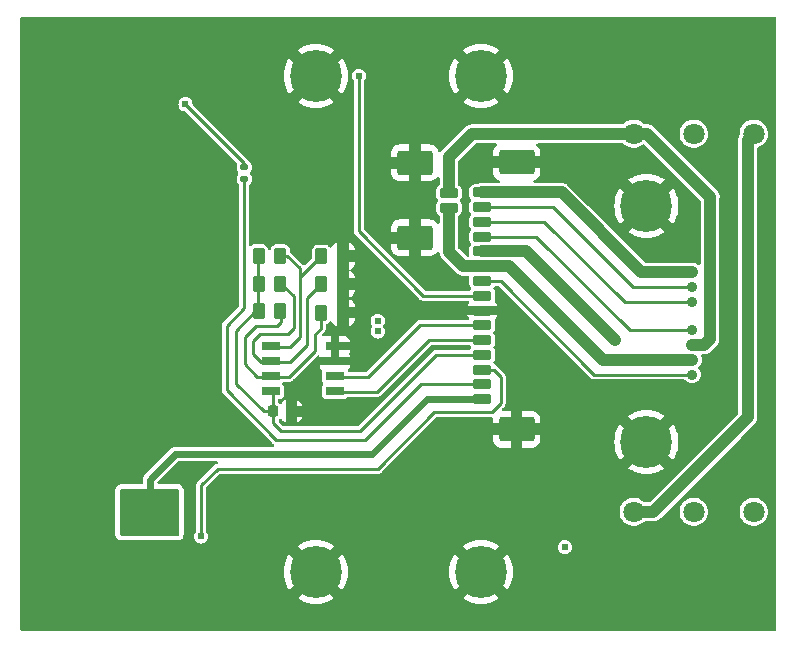
<source format=gtl>
%TF.GenerationSoftware,KiCad,Pcbnew,7.0.10-7.0.10~ubuntu22.04.1*%
%TF.CreationDate,2024-06-11T12:21:50+02:00*%
%TF.ProjectId,PQ_BotBoard,50515f42-6f74-4426-9f61-72642e6b6963,rev?*%
%TF.SameCoordinates,Original*%
%TF.FileFunction,Copper,L1,Top*%
%TF.FilePolarity,Positive*%
%FSLAX46Y46*%
G04 Gerber Fmt 4.6, Leading zero omitted, Abs format (unit mm)*
G04 Created by KiCad (PCBNEW 7.0.10-7.0.10~ubuntu22.04.1) date 2024-06-11 12:21:50*
%MOMM*%
%LPD*%
G01*
G04 APERTURE LIST*
G04 Aperture macros list*
%AMRoundRect*
0 Rectangle with rounded corners*
0 $1 Rounding radius*
0 $2 $3 $4 $5 $6 $7 $8 $9 X,Y pos of 4 corners*
0 Add a 4 corners polygon primitive as box body*
4,1,4,$2,$3,$4,$5,$6,$7,$8,$9,$2,$3,0*
0 Add four circle primitives for the rounded corners*
1,1,$1+$1,$2,$3*
1,1,$1+$1,$4,$5*
1,1,$1+$1,$6,$7*
1,1,$1+$1,$8,$9*
0 Add four rect primitives between the rounded corners*
20,1,$1+$1,$2,$3,$4,$5,0*
20,1,$1+$1,$4,$5,$6,$7,0*
20,1,$1+$1,$6,$7,$8,$9,0*
20,1,$1+$1,$8,$9,$2,$3,0*%
G04 Aperture macros list end*
%TA.AperFunction,ComponentPad*%
%ADD10C,4.400000*%
%TD*%
%TA.AperFunction,SMDPad,CuDef*%
%ADD11RoundRect,0.250000X0.262500X0.450000X-0.262500X0.450000X-0.262500X-0.450000X0.262500X-0.450000X0*%
%TD*%
%TA.AperFunction,SMDPad,CuDef*%
%ADD12RoundRect,0.147500X0.172500X-0.147500X0.172500X0.147500X-0.172500X0.147500X-0.172500X-0.147500X0*%
%TD*%
%TA.AperFunction,SMDPad,CuDef*%
%ADD13R,1.550000X0.700000*%
%TD*%
%TA.AperFunction,SMDPad,CuDef*%
%ADD14RoundRect,0.250000X-0.262500X-0.450000X0.262500X-0.450000X0.262500X0.450000X-0.262500X0.450000X0*%
%TD*%
%TA.AperFunction,SMDPad,CuDef*%
%ADD15RoundRect,0.225000X-0.225000X-0.250000X0.225000X-0.250000X0.225000X0.250000X-0.225000X0.250000X0*%
%TD*%
%TA.AperFunction,SMDPad,CuDef*%
%ADD16RoundRect,0.200000X-0.600000X0.200000X-0.600000X-0.200000X0.600000X-0.200000X0.600000X0.200000X0*%
%TD*%
%TA.AperFunction,SMDPad,CuDef*%
%ADD17RoundRect,0.250001X-1.249999X0.799999X-1.249999X-0.799999X1.249999X-0.799999X1.249999X0.799999X0*%
%TD*%
%TA.AperFunction,SMDPad,CuDef*%
%ADD18RoundRect,0.200000X0.600000X-0.200000X0.600000X0.200000X-0.600000X0.200000X-0.600000X-0.200000X0*%
%TD*%
%TA.AperFunction,SMDPad,CuDef*%
%ADD19RoundRect,0.250001X1.249999X-0.799999X1.249999X0.799999X-1.249999X0.799999X-1.249999X-0.799999X0*%
%TD*%
%TA.AperFunction,ComponentPad*%
%ADD20C,1.800000*%
%TD*%
%TA.AperFunction,ViaPad*%
%ADD21C,0.900000*%
%TD*%
%TA.AperFunction,ViaPad*%
%ADD22C,0.600000*%
%TD*%
%TA.AperFunction,ViaPad*%
%ADD23C,0.610000*%
%TD*%
%TA.AperFunction,Conductor*%
%ADD24C,0.254000*%
%TD*%
%TA.AperFunction,Conductor*%
%ADD25C,0.250000*%
%TD*%
%TA.AperFunction,Conductor*%
%ADD26C,1.000000*%
%TD*%
%TA.AperFunction,Conductor*%
%ADD27C,0.600000*%
%TD*%
G04 APERTURE END LIST*
D10*
%TO.P,H4,1,1*%
%TO.N,GND*%
X123000000Y-47000000D03*
%TD*%
D11*
%TO.P,VA1,1*%
%TO.N,Net-(IC1-A1)*%
X91993500Y-53577000D03*
%TO.P,VA1,2*%
%TO.N,/VCC*%
X90168500Y-53577000D03*
%TD*%
D12*
%TO.P,D2,1,K*%
%TO.N,/MAG-Y*%
X88950800Y-44708700D03*
%TO.P,D2,2,A*%
%TO.N,/VCC_MAG*%
X88950800Y-43738700D03*
%TD*%
D13*
%TO.P,IC1,1,SDA*%
%TO.N,/SDA*%
X96613000Y-62688000D03*
%TO.P,IC1,2,SCL*%
%TO.N,/SCL*%
X96613000Y-61418000D03*
%TO.P,IC1,3,ALERT*%
%TO.N,GND*%
X96613000Y-60148000D03*
%TO.P,IC1,4,GND*%
X96613000Y-58878000D03*
%TO.P,IC1,5,A2*%
%TO.N,Net-(IC1-A2)*%
X91213000Y-58878000D03*
%TO.P,IC1,6,A1*%
%TO.N,Net-(IC1-A1)*%
X91213000Y-60148000D03*
%TO.P,IC1,7,A0*%
%TO.N,Net-(IC1-A0)*%
X91213000Y-61418000D03*
%TO.P,IC1,8,VDD*%
%TO.N,/VCC*%
X91213000Y-62688000D03*
%TD*%
D14*
%TO.P,GA2,1*%
%TO.N,Net-(IC1-A2)*%
X95469500Y-51276000D03*
%TO.P,GA2,2*%
%TO.N,GND*%
X97294500Y-51276000D03*
%TD*%
%TO.P,GA0,1*%
%TO.N,Net-(IC1-A0)*%
X95469500Y-56028000D03*
%TO.P,GA0,2*%
%TO.N,GND*%
X97294500Y-56028000D03*
%TD*%
D10*
%TO.P,H1,1,1*%
%TO.N,GND*%
X95000000Y-78000000D03*
%TD*%
D11*
%TO.P,VA0,1*%
%TO.N,Net-(IC1-A0)*%
X91993500Y-55928000D03*
%TO.P,VA0,2*%
%TO.N,/VCC*%
X90168500Y-55928000D03*
%TD*%
D10*
%TO.P,H6,1,1*%
%TO.N,GND*%
X95000000Y-36000000D03*
%TD*%
D14*
%TO.P,GA1,1*%
%TO.N,Net-(IC1-A1)*%
X95469500Y-53627000D03*
%TO.P,GA1,2*%
%TO.N,GND*%
X97294500Y-53627000D03*
%TD*%
D15*
%TO.P,C1,1*%
%TO.N,/VCC*%
X91385000Y-64389000D03*
%TO.P,C1,2*%
%TO.N,GND*%
X92935000Y-64389000D03*
%TD*%
D10*
%TO.P,H3,1,1*%
%TO.N,GND*%
X123000000Y-67000000D03*
%TD*%
%TO.P,H2,1,1*%
%TO.N,GND*%
X109000000Y-78000000D03*
%TD*%
D16*
%TO.P,J3,1,Pin_1*%
%TO.N,/BATT+*%
X106286000Y-45907800D03*
%TO.P,J3,2,Pin_2*%
%TO.N,/BATT-*%
X106286000Y-47157800D03*
D17*
%TO.P,J3,MP,MountPin*%
%TO.N,GND*%
X103386000Y-43357800D03*
X103386000Y-49707800D03*
%TD*%
D10*
%TO.P,H5,1,1*%
%TO.N,GND*%
X109000000Y-36000000D03*
%TD*%
D11*
%TO.P,VA2,1*%
%TO.N,Net-(IC1-A2)*%
X91993500Y-51226000D03*
%TO.P,VA2,2*%
%TO.N,/VCC*%
X90168500Y-51226000D03*
%TD*%
D18*
%TO.P,J1,1,Pin_1*%
%TO.N,/SOLAR_Y*%
X109106000Y-63360000D03*
%TO.P,J1,2,Pin_2*%
%TO.N,/MAG-Y*%
X109106000Y-62110000D03*
%TO.P,J1,3,Pin_3*%
%TO.N,/VCC_MAG*%
X109106000Y-60860000D03*
%TO.P,J1,4,Pin_4*%
%TO.N,/VCC*%
X109106000Y-59610000D03*
%TO.P,J1,5,Pin_5*%
%TO.N,/SDA*%
X109106000Y-58360000D03*
%TO.P,J1,6,Pin_6*%
%TO.N,/SCL*%
X109106000Y-57110000D03*
%TO.P,J1,7,Pin_7*%
%TO.N,GND*%
X109106000Y-55860000D03*
%TO.P,J1,8,Pin_8*%
%TO.N,/PH+*%
X109106000Y-54610000D03*
%TO.P,J1,9,Pin_9*%
%TO.N,/SWO*%
X109106000Y-53360000D03*
%TO.P,J1,10,Pin_10*%
%TO.N,/BATT-*%
X109106000Y-52110000D03*
%TO.P,J1,11,Pin_11*%
%TO.N,/KILLSWITCH+*%
X109106000Y-50860000D03*
%TO.P,J1,12,Pin_12*%
%TO.N,/NRST*%
X109106000Y-49610000D03*
%TO.P,J1,13,Pin_13*%
%TO.N,/SWCLK*%
X109106000Y-48360000D03*
%TO.P,J1,14,Pin_14*%
%TO.N,/SWDIO*%
X109106000Y-47110000D03*
%TO.P,J1,15,Pin_15*%
%TO.N,/VCC_Umbilical*%
X109106000Y-45860000D03*
D19*
%TO.P,J1,MP,MountPin*%
%TO.N,GND*%
X112006000Y-65910000D03*
X112006000Y-43310000D03*
%TD*%
D20*
%TO.P,KS2,1,COM*%
%TO.N,Net-(KS1-NC)*%
X121920000Y-72899600D03*
%TO.P,KS2,2,NO*%
%TO.N,unconnected-(KS2-NO-Pad2)*%
X127000000Y-72899600D03*
%TO.P,KS2,3,NC*%
%TO.N,/KILLSWITCH+*%
X132080000Y-72899600D03*
%TD*%
%TO.P,KS1,1,COM*%
%TO.N,/BATT+*%
X121920000Y-40894000D03*
%TO.P,KS1,2,NO*%
%TO.N,unconnected-(KS1-NO-Pad2)*%
X127000000Y-40894000D03*
%TO.P,KS1,3,NC*%
%TO.N,Net-(KS1-NC)*%
X132080000Y-40894000D03*
%TD*%
D21*
%TO.N,/SWDIO*%
X126884800Y-53876800D03*
%TO.N,/SWCLK*%
X126884800Y-55176800D03*
%TO.N,/NRST*%
X126884800Y-57523680D03*
%TO.N,/KILLSWITCH+*%
X120345200Y-58369200D03*
%TO.N,/BATT-*%
X126884800Y-60022000D03*
%TO.N,/BATT+*%
X126884800Y-58773828D03*
%TO.N,/VCC_Umbilical*%
X126884800Y-52605000D03*
%TO.N,/SOLAR_Y*%
X80947800Y-71577200D03*
X79375000Y-74277200D03*
X82423000Y-74277200D03*
X79349600Y-71577200D03*
X82499200Y-71595600D03*
X80947800Y-74277200D03*
D22*
%TO.N,GND*%
X132943600Y-53176800D03*
X130251200Y-58155200D03*
D21*
X112166400Y-74218800D03*
D22*
X130251200Y-55655200D03*
X132943600Y-60676800D03*
X130251200Y-60655200D03*
X130251200Y-53155200D03*
D21*
X89202800Y-74269600D03*
D22*
X132943600Y-58176800D03*
D21*
X86410800Y-74269600D03*
X92052800Y-74269600D03*
D23*
X105714800Y-35991800D03*
D21*
X106781600Y-74218800D03*
X109474000Y-74218800D03*
D22*
X132943600Y-55676800D03*
D23*
%TO.N,/PH+*%
X98653600Y-35991800D03*
%TO.N,/VCC_MAG*%
X100243000Y-56747000D03*
X116078000Y-75895200D03*
X85293200Y-74980800D03*
X83972400Y-38404800D03*
X100242000Y-57628000D03*
D21*
%TO.N,/SWO*%
X126884800Y-61276800D03*
%TD*%
D24*
%TO.N,/SDA*%
X104593000Y-58348000D02*
X109116000Y-58348000D01*
X96363000Y-62738000D02*
X100203000Y-62738000D01*
X100203000Y-62738000D02*
X104593000Y-58348000D01*
%TO.N,/SCL*%
X103811000Y-57098000D02*
X109116000Y-57098000D01*
X99441000Y-61468000D02*
X103811000Y-57098000D01*
X96363000Y-61468000D02*
X99441000Y-61468000D01*
D25*
%TO.N,/VCC*%
X88250800Y-57558800D02*
X89881600Y-55928000D01*
X91385000Y-65343000D02*
X91385000Y-64389000D01*
X105199600Y-59610000D02*
X98750800Y-66058800D01*
X88250800Y-62058800D02*
X88250800Y-57558800D01*
X91385000Y-64389000D02*
X90581000Y-64389000D01*
X89881600Y-55928000D02*
X90168500Y-55928000D01*
X90581000Y-64389000D02*
X88250800Y-62058800D01*
X91385000Y-64389000D02*
X91385000Y-62810000D01*
D24*
X90114000Y-51226000D02*
X90114000Y-55928000D01*
D25*
X109106000Y-59610000D02*
X105199600Y-59610000D01*
X98750800Y-66058800D02*
X92100800Y-66058800D01*
X92100800Y-66058800D02*
X91385000Y-65343000D01*
D24*
%TO.N,/SWDIO*%
X115131200Y-47110000D02*
X109106000Y-47110000D01*
X121898000Y-53876800D02*
X115131200Y-47110000D01*
X122814000Y-53876800D02*
X121898000Y-53876800D01*
X126884800Y-53876800D02*
X122814000Y-53876800D01*
%TO.N,/SWCLK*%
X114349200Y-48360000D02*
X109106000Y-48360000D01*
X122082000Y-55176800D02*
X121166000Y-55176800D01*
X121166000Y-55176800D02*
X114349200Y-48360000D01*
X126884800Y-55176800D02*
X122082000Y-55176800D01*
%TO.N,/NRST*%
X126884800Y-57523680D02*
X126883480Y-57525000D01*
X121583800Y-57525000D02*
X113668800Y-49610000D01*
X122499800Y-57525000D02*
X121583800Y-57525000D01*
X126883480Y-57525000D02*
X122499800Y-57525000D01*
X113668800Y-49610000D02*
X109106000Y-49610000D01*
D26*
%TO.N,/KILLSWITCH+*%
X112836000Y-50860000D02*
X109106000Y-50860000D01*
X120345200Y-58369200D02*
X112836000Y-50860000D01*
%TO.N,/BATT-*%
X119305600Y-60022000D02*
X126884800Y-60022000D01*
X111393600Y-52110000D02*
X119305600Y-60022000D01*
X106286000Y-47623600D02*
X106300800Y-47608800D01*
X111393600Y-52110000D02*
X109106000Y-52110000D01*
X107482000Y-52110000D02*
X106286000Y-50914000D01*
X109106000Y-52110000D02*
X107482000Y-52110000D01*
X106286000Y-50914000D02*
X106286000Y-47623600D01*
D25*
%TO.N,/MAG-Y*%
X99200800Y-66808800D02*
X91650800Y-66808800D01*
X87450800Y-62608800D02*
X87450800Y-57158800D01*
X91650800Y-66808800D02*
X87450800Y-62608800D01*
X103899600Y-62110000D02*
X99200800Y-66808800D01*
X88950800Y-55658800D02*
X88950800Y-44708700D01*
X87450800Y-57158800D02*
X88950800Y-55658800D01*
X109106000Y-62110000D02*
X103899600Y-62110000D01*
D26*
%TO.N,/BATT+*%
X128384800Y-58276800D02*
X128384800Y-46224800D01*
X108215600Y-40894000D02*
X121920000Y-40894000D01*
X123086000Y-40894000D02*
X121920000Y-40894000D01*
X128400800Y-46208800D02*
X123086000Y-40894000D01*
X106286000Y-45508800D02*
X106286000Y-42823600D01*
X106286000Y-42823600D02*
X108215600Y-40894000D01*
X127887772Y-58773828D02*
X128384800Y-58276800D01*
X128384800Y-46224800D02*
X128400800Y-46208800D01*
X126884800Y-58773828D02*
X127887772Y-58773828D01*
%TO.N,/VCC_Umbilical*%
X126884800Y-52605000D02*
X126878600Y-52611200D01*
X123478800Y-52611200D02*
X122562800Y-52611200D01*
X122562800Y-52611200D02*
X115811600Y-45860000D01*
X115811600Y-45860000D02*
X109106000Y-45860000D01*
X126878600Y-52611200D02*
X123478800Y-52611200D01*
D27*
%TO.N,/SOLAR_Y*%
X109106000Y-63360000D02*
X104449600Y-63360000D01*
X99800800Y-68008800D02*
X83121200Y-68008800D01*
X104449600Y-63360000D02*
X99800800Y-68008800D01*
X83121200Y-68008800D02*
X80947800Y-70182200D01*
X80947800Y-70182200D02*
X80947800Y-71577200D01*
D24*
%TO.N,GND*%
X97348000Y-53627000D02*
X97348000Y-56028000D01*
X97348000Y-51277000D02*
X97348000Y-53627000D01*
%TO.N,/PH+*%
X104101600Y-54597000D02*
X98653600Y-49149000D01*
X109115000Y-54597000D02*
X104101600Y-54597000D01*
X98653600Y-49149000D02*
X98653600Y-35991800D01*
%TO.N,Net-(IC1-A0)*%
X88988000Y-60427000D02*
X88988000Y-58127000D01*
X92047000Y-56797000D02*
X92047000Y-55928000D01*
X91694000Y-57150000D02*
X92047000Y-56797000D01*
X89923000Y-61362000D02*
X88988000Y-60427000D01*
D25*
X91313000Y-61468000D02*
X92747000Y-61468000D01*
X90029000Y-61468000D02*
X89923000Y-61362000D01*
X91313000Y-61468000D02*
X90029000Y-61468000D01*
D24*
X95417000Y-57389400D02*
X94945200Y-57861200D01*
X88988000Y-58127000D02*
X89965000Y-57150000D01*
X89965000Y-57150000D02*
X91694000Y-57150000D01*
X94945200Y-57861200D02*
X94945200Y-59269800D01*
X94945200Y-59269800D02*
X92853000Y-61362000D01*
D25*
X92747000Y-61468000D02*
X92853000Y-61362000D01*
D24*
X95417000Y-56027000D02*
X95417000Y-57389400D01*
D25*
%TO.N,Net-(IC1-A1)*%
X92800000Y-60198000D02*
X93123000Y-59875000D01*
D24*
X93123000Y-59875000D02*
X94231000Y-58767000D01*
X92645948Y-57827000D02*
X93131000Y-57341948D01*
D25*
X90359000Y-60198000D02*
X90253000Y-60092000D01*
X91513000Y-60198000D02*
X92800000Y-60198000D01*
D24*
X94231000Y-58767000D02*
X94231000Y-54811000D01*
X90288000Y-57827000D02*
X92645948Y-57827000D01*
X93131000Y-57341948D02*
X93131000Y-54661000D01*
X94231000Y-54811000D02*
X95417000Y-53627000D01*
X89688000Y-58427000D02*
X90288000Y-57827000D01*
X89688000Y-59527000D02*
X89688000Y-58427000D01*
X90253000Y-60092000D02*
X89688000Y-59527000D01*
D25*
X91313000Y-60198000D02*
X90359000Y-60198000D01*
D24*
X93131000Y-54661000D02*
X92046000Y-53576000D01*
D25*
%TO.N,Net-(IC1-A2)*%
X91313000Y-58928000D02*
X92787000Y-58928000D01*
D24*
X95422000Y-51277000D02*
X93632000Y-53061000D01*
X93632000Y-58083000D02*
X92893000Y-58822000D01*
X93632000Y-53061000D02*
X93632000Y-58083000D01*
D25*
X92787000Y-58928000D02*
X92893000Y-58822000D01*
D24*
X93632000Y-53261000D02*
X93632000Y-52276000D01*
X93632000Y-52276000D02*
X92582000Y-51226000D01*
X92582000Y-51226000D02*
X92047000Y-51226000D01*
D25*
%TO.N,/VCC_MAG*%
X105050800Y-64458800D02*
X109900800Y-64458800D01*
X110650800Y-61458800D02*
X110052000Y-60860000D01*
X85300800Y-70658800D02*
X86700800Y-69258800D01*
X88950800Y-43738700D02*
X88950800Y-43383200D01*
X110052000Y-60860000D02*
X109106000Y-60860000D01*
X88950800Y-43383200D02*
X83972400Y-38404800D01*
X109900800Y-64458800D02*
X110650800Y-63708800D01*
X110650800Y-63708800D02*
X110650800Y-61458800D01*
X100250800Y-69258800D02*
X105050800Y-64458800D01*
X86700800Y-69258800D02*
X100250800Y-69258800D01*
X85300800Y-74973200D02*
X85300800Y-70658800D01*
X85293200Y-74980800D02*
X85300800Y-74973200D01*
D26*
%TO.N,Net-(KS1-NC)*%
X131572000Y-41402000D02*
X132080000Y-40894000D01*
X123594800Y-72899600D02*
X121920000Y-72899600D01*
X130400800Y-66093600D02*
X123594800Y-72899600D01*
X131572000Y-64890400D02*
X131572000Y-41402000D01*
X130384800Y-66077600D02*
X131572000Y-64890400D01*
D25*
%TO.N,/SWO*%
X118579200Y-61276800D02*
X110662400Y-53360000D01*
X110662400Y-53360000D02*
X109106000Y-53360000D01*
X126884800Y-61276800D02*
X118579200Y-61276800D01*
%TD*%
%TA.AperFunction,Conductor*%
%TO.N,GND*%
G36*
X110271405Y-41707502D02*
G01*
X110317898Y-41761158D01*
X110328002Y-41831432D01*
X110298508Y-41896012D01*
X110287261Y-41906764D01*
X110157371Y-42036654D01*
X110157366Y-42036660D01*
X110064342Y-42187474D01*
X110008606Y-42355678D01*
X110008605Y-42355681D01*
X109998000Y-42459484D01*
X109998000Y-42810000D01*
X114013999Y-42810000D01*
X114013999Y-42459492D01*
X114003394Y-42355681D01*
X113947657Y-42187474D01*
X113854633Y-42036660D01*
X113854628Y-42036654D01*
X113724150Y-41906176D01*
X113725352Y-41904973D01*
X113689538Y-41854397D01*
X113686346Y-41783472D01*
X113722007Y-41722081D01*
X113785196Y-41689715D01*
X113808716Y-41687500D01*
X120970044Y-41687500D01*
X121038165Y-41707502D01*
X121054928Y-41720383D01*
X121107024Y-41767875D01*
X121197674Y-41850514D01*
X121197675Y-41850515D01*
X121385722Y-41966949D01*
X121385729Y-41966952D01*
X121385732Y-41966954D01*
X121385736Y-41966955D01*
X121385737Y-41966956D01*
X121591979Y-42046855D01*
X121591984Y-42046857D01*
X121809406Y-42087500D01*
X121809408Y-42087500D01*
X122030592Y-42087500D01*
X122030594Y-42087500D01*
X122248016Y-42046857D01*
X122454268Y-41966954D01*
X122454273Y-41966950D01*
X122454277Y-41966949D01*
X122642318Y-41850519D01*
X122642324Y-41850515D01*
X122642323Y-41850515D01*
X122642326Y-41850514D01*
X122698850Y-41798984D01*
X122762663Y-41767875D01*
X122833169Y-41776204D01*
X122872828Y-41803006D01*
X127554395Y-46484573D01*
X127588421Y-46546885D01*
X127591300Y-46573668D01*
X127591300Y-51891848D01*
X127571298Y-51959969D01*
X127517642Y-52006462D01*
X127447368Y-52016566D01*
X127386741Y-51990359D01*
X127309639Y-51928873D01*
X127148535Y-51851289D01*
X126974207Y-51811500D01*
X126974206Y-51811500D01*
X126795394Y-51811500D01*
X126782070Y-51814541D01*
X126754034Y-51817700D01*
X122943669Y-51817700D01*
X122875548Y-51797698D01*
X122854574Y-51780795D01*
X118073779Y-47000001D01*
X120287050Y-47000001D01*
X120306829Y-47327007D01*
X120306830Y-47327010D01*
X120365880Y-47649238D01*
X120365882Y-47649247D01*
X120463348Y-47962024D01*
X120597803Y-48260772D01*
X120761436Y-48531455D01*
X120761437Y-48531455D01*
X121951028Y-47341864D01*
X121955770Y-47361411D01*
X122043038Y-47552502D01*
X122164894Y-47723624D01*
X122316932Y-47868592D01*
X122493658Y-47982167D01*
X122658818Y-48048287D01*
X121468543Y-49238561D01*
X121468543Y-49238562D01*
X121739223Y-49402195D01*
X122037975Y-49536651D01*
X122350752Y-49634117D01*
X122350761Y-49634119D01*
X122672989Y-49693169D01*
X122672992Y-49693170D01*
X122999999Y-49712950D01*
X123000001Y-49712950D01*
X123327007Y-49693170D01*
X123327010Y-49693169D01*
X123649238Y-49634119D01*
X123649247Y-49634117D01*
X123962024Y-49536651D01*
X124260776Y-49402195D01*
X124531455Y-49238561D01*
X123339613Y-48046719D01*
X123410689Y-48025850D01*
X123597410Y-47929589D01*
X123762540Y-47799729D01*
X123900110Y-47640965D01*
X124005147Y-47459035D01*
X124046541Y-47339435D01*
X125238561Y-48531455D01*
X125402195Y-48260776D01*
X125536651Y-47962024D01*
X125634117Y-47649247D01*
X125634119Y-47649238D01*
X125693169Y-47327010D01*
X125693170Y-47327007D01*
X125712950Y-47000001D01*
X125712950Y-46999998D01*
X125693170Y-46672992D01*
X125693169Y-46672989D01*
X125634119Y-46350761D01*
X125634117Y-46350752D01*
X125536651Y-46037975D01*
X125402195Y-45739223D01*
X125238562Y-45468543D01*
X125238561Y-45468543D01*
X124048971Y-46658133D01*
X124044230Y-46638589D01*
X123956962Y-46447498D01*
X123835106Y-46276376D01*
X123683068Y-46131408D01*
X123506342Y-46017833D01*
X123341181Y-45951712D01*
X124531455Y-44761437D01*
X124531455Y-44761436D01*
X124260772Y-44597803D01*
X123962024Y-44463348D01*
X123649247Y-44365882D01*
X123649238Y-44365880D01*
X123327010Y-44306830D01*
X123327007Y-44306829D01*
X123000001Y-44287050D01*
X122999999Y-44287050D01*
X122672992Y-44306829D01*
X122672989Y-44306830D01*
X122350761Y-44365880D01*
X122350752Y-44365882D01*
X122037975Y-44463348D01*
X121739227Y-44597803D01*
X121468544Y-44761436D01*
X121468543Y-44761437D01*
X122660386Y-45953280D01*
X122589311Y-45974150D01*
X122402590Y-46070411D01*
X122237460Y-46200271D01*
X122099890Y-46359035D01*
X121994853Y-46540965D01*
X121953458Y-46660564D01*
X120761437Y-45468543D01*
X120761436Y-45468544D01*
X120597803Y-45739227D01*
X120463348Y-46037975D01*
X120365882Y-46350752D01*
X120365880Y-46350761D01*
X120306830Y-46672989D01*
X120306829Y-46672992D01*
X120287050Y-46999998D01*
X120287050Y-47000001D01*
X118073779Y-47000001D01*
X116443097Y-45369319D01*
X116443085Y-45369305D01*
X116309471Y-45235691D01*
X116277479Y-45215589D01*
X116265965Y-45207420D01*
X116242748Y-45188905D01*
X116236437Y-45183872D01*
X116202414Y-45167487D01*
X116190053Y-45160655D01*
X116158065Y-45140557D01*
X116158066Y-45140557D01*
X116122414Y-45128082D01*
X116109361Y-45122675D01*
X116075338Y-45106290D01*
X116075329Y-45106287D01*
X116038507Y-45097882D01*
X116024935Y-45093972D01*
X115989294Y-45081501D01*
X115989286Y-45081499D01*
X115951755Y-45077270D01*
X115937827Y-45074904D01*
X115901007Y-45066500D01*
X115901006Y-45066500D01*
X115856162Y-45066500D01*
X113560102Y-45066500D01*
X113491981Y-45046498D01*
X113445488Y-44992842D01*
X113435384Y-44922568D01*
X113464878Y-44857988D01*
X113520469Y-44820895D01*
X113578525Y-44801657D01*
X113729339Y-44708633D01*
X113729345Y-44708628D01*
X113854628Y-44583345D01*
X113854633Y-44583339D01*
X113947657Y-44432525D01*
X114003393Y-44264321D01*
X114003394Y-44264318D01*
X114013999Y-44160515D01*
X114014000Y-44160515D01*
X114014000Y-43810000D01*
X109998001Y-43810000D01*
X109998001Y-44160507D01*
X110008605Y-44264318D01*
X110064342Y-44432525D01*
X110157366Y-44583339D01*
X110157371Y-44583345D01*
X110282654Y-44708628D01*
X110282660Y-44708633D01*
X110433474Y-44801657D01*
X110491531Y-44820895D01*
X110549902Y-44861309D01*
X110577158Y-44926866D01*
X110564645Y-44996751D01*
X110516335Y-45048777D01*
X110451898Y-45066500D01*
X109061438Y-45066500D01*
X108928311Y-45081500D01*
X108759535Y-45140556D01*
X108748976Y-45147191D01*
X108681946Y-45166500D01*
X108458803Y-45166500D01*
X108458779Y-45166502D01*
X108400023Y-45172818D01*
X108400020Y-45172818D01*
X108400020Y-45172819D01*
X108333539Y-45197615D01*
X108267055Y-45222412D01*
X108267054Y-45222412D01*
X108153453Y-45307453D01*
X108068412Y-45421054D01*
X108068412Y-45421055D01*
X108018819Y-45554019D01*
X108012500Y-45612787D01*
X108012500Y-46107196D01*
X108012502Y-46107220D01*
X108018818Y-46165976D01*
X108018818Y-46165978D01*
X108018819Y-46165980D01*
X108068411Y-46298942D01*
X108068412Y-46298944D01*
X108068413Y-46298945D01*
X108151166Y-46409491D01*
X108175977Y-46476011D01*
X108160885Y-46545386D01*
X108151166Y-46560509D01*
X108068413Y-46671054D01*
X108068412Y-46671055D01*
X108018819Y-46804019D01*
X108012500Y-46862787D01*
X108012500Y-47357196D01*
X108012502Y-47357220D01*
X108018818Y-47415976D01*
X108018818Y-47415978D01*
X108018819Y-47415980D01*
X108068411Y-47548942D01*
X108068412Y-47548944D01*
X108068413Y-47548945D01*
X108151166Y-47659491D01*
X108175977Y-47726011D01*
X108160885Y-47795386D01*
X108151166Y-47810509D01*
X108068413Y-47921054D01*
X108068412Y-47921055D01*
X108018819Y-48054019D01*
X108012500Y-48112787D01*
X108012500Y-48607196D01*
X108012502Y-48607220D01*
X108018818Y-48665976D01*
X108018818Y-48665978D01*
X108018819Y-48665980D01*
X108068411Y-48798942D01*
X108068412Y-48798944D01*
X108068413Y-48798945D01*
X108151166Y-48909491D01*
X108175977Y-48976011D01*
X108160885Y-49045386D01*
X108151166Y-49060509D01*
X108068413Y-49171054D01*
X108068412Y-49171055D01*
X108018819Y-49304019D01*
X108012500Y-49362787D01*
X108012500Y-49857196D01*
X108012502Y-49857220D01*
X108018818Y-49915976D01*
X108018818Y-49915978D01*
X108018819Y-49915980D01*
X108068411Y-50048942D01*
X108068412Y-50048944D01*
X108068413Y-50048945D01*
X108151166Y-50159491D01*
X108175977Y-50226011D01*
X108160885Y-50295386D01*
X108151166Y-50310509D01*
X108068413Y-50421054D01*
X108068412Y-50421055D01*
X108018819Y-50554019D01*
X108012500Y-50612787D01*
X108012500Y-51107196D01*
X108012502Y-51107220D01*
X108019661Y-51173818D01*
X108017092Y-51174094D01*
X108013966Y-51232417D01*
X107972442Y-51290003D01*
X107906375Y-51315998D01*
X107895143Y-51316500D01*
X107862868Y-51316500D01*
X107794747Y-51296498D01*
X107773773Y-51279595D01*
X107116405Y-50622227D01*
X107082379Y-50559915D01*
X107079500Y-50533132D01*
X107079500Y-47892477D01*
X107099502Y-47824356D01*
X107129991Y-47791609D01*
X107193606Y-47743988D01*
X107238546Y-47710346D01*
X107323589Y-47596742D01*
X107373181Y-47463780D01*
X107379500Y-47405005D01*
X107379499Y-46910596D01*
X107373181Y-46851820D01*
X107323589Y-46718858D01*
X107323587Y-46718855D01*
X107323587Y-46718854D01*
X107240833Y-46608309D01*
X107216022Y-46541789D01*
X107231113Y-46472415D01*
X107240833Y-46457291D01*
X107323587Y-46346745D01*
X107323587Y-46346744D01*
X107323589Y-46346742D01*
X107373181Y-46213780D01*
X107379500Y-46155005D01*
X107379499Y-45660596D01*
X107373181Y-45601820D01*
X107323589Y-45468858D01*
X107323587Y-45468855D01*
X107323587Y-45468854D01*
X107238546Y-45355253D01*
X107129991Y-45273990D01*
X107087444Y-45217154D01*
X107079500Y-45173122D01*
X107079500Y-43204468D01*
X107099502Y-43136347D01*
X107116405Y-43115373D01*
X108507373Y-41724405D01*
X108569685Y-41690379D01*
X108596468Y-41687500D01*
X110203284Y-41687500D01*
X110271405Y-41707502D01*
G37*
%TD.AperFunction*%
%TA.AperFunction,Conductor*%
G36*
X133941621Y-31020502D02*
G01*
X133988114Y-31074158D01*
X133999500Y-31126500D01*
X133999500Y-82873500D01*
X133979498Y-82941621D01*
X133925842Y-82988114D01*
X133873500Y-82999500D01*
X70126500Y-82999500D01*
X70058379Y-82979498D01*
X70011886Y-82925842D01*
X70000500Y-82873500D01*
X70000500Y-78000001D01*
X92287050Y-78000001D01*
X92306829Y-78327007D01*
X92306830Y-78327010D01*
X92365880Y-78649238D01*
X92365882Y-78649247D01*
X92463348Y-78962024D01*
X92597803Y-79260772D01*
X92761436Y-79531455D01*
X92761437Y-79531455D01*
X93951028Y-78341864D01*
X93955770Y-78361411D01*
X94043038Y-78552502D01*
X94164894Y-78723624D01*
X94316932Y-78868592D01*
X94493658Y-78982167D01*
X94658818Y-79048287D01*
X93468543Y-80238561D01*
X93468543Y-80238562D01*
X93739223Y-80402195D01*
X94037975Y-80536651D01*
X94350752Y-80634117D01*
X94350761Y-80634119D01*
X94672989Y-80693169D01*
X94672992Y-80693170D01*
X94999999Y-80712950D01*
X95000001Y-80712950D01*
X95327007Y-80693170D01*
X95327010Y-80693169D01*
X95649238Y-80634119D01*
X95649247Y-80634117D01*
X95962024Y-80536651D01*
X96260776Y-80402195D01*
X96531455Y-80238561D01*
X95339613Y-79046719D01*
X95410689Y-79025850D01*
X95597410Y-78929589D01*
X95762540Y-78799729D01*
X95900110Y-78640965D01*
X96005147Y-78459035D01*
X96046541Y-78339435D01*
X97238561Y-79531455D01*
X97402195Y-79260776D01*
X97536651Y-78962024D01*
X97634117Y-78649247D01*
X97634119Y-78649238D01*
X97693169Y-78327010D01*
X97693170Y-78327007D01*
X97712950Y-78000001D01*
X106287050Y-78000001D01*
X106306829Y-78327007D01*
X106306830Y-78327010D01*
X106365880Y-78649238D01*
X106365882Y-78649247D01*
X106463348Y-78962024D01*
X106597803Y-79260772D01*
X106761436Y-79531455D01*
X106761437Y-79531455D01*
X107951028Y-78341864D01*
X107955770Y-78361411D01*
X108043038Y-78552502D01*
X108164894Y-78723624D01*
X108316932Y-78868592D01*
X108493658Y-78982167D01*
X108658818Y-79048287D01*
X107468543Y-80238561D01*
X107468543Y-80238562D01*
X107739223Y-80402195D01*
X108037975Y-80536651D01*
X108350752Y-80634117D01*
X108350761Y-80634119D01*
X108672989Y-80693169D01*
X108672992Y-80693170D01*
X108999999Y-80712950D01*
X109000001Y-80712950D01*
X109327007Y-80693170D01*
X109327010Y-80693169D01*
X109649238Y-80634119D01*
X109649247Y-80634117D01*
X109962024Y-80536651D01*
X110260776Y-80402195D01*
X110531455Y-80238561D01*
X109339613Y-79046719D01*
X109410689Y-79025850D01*
X109597410Y-78929589D01*
X109762540Y-78799729D01*
X109900110Y-78640965D01*
X110005147Y-78459035D01*
X110046541Y-78339435D01*
X111238561Y-79531455D01*
X111402195Y-79260776D01*
X111536651Y-78962024D01*
X111634117Y-78649247D01*
X111634119Y-78649238D01*
X111693169Y-78327010D01*
X111693170Y-78327007D01*
X111712950Y-78000001D01*
X111712950Y-77999998D01*
X111693170Y-77672992D01*
X111693169Y-77672989D01*
X111634119Y-77350761D01*
X111634117Y-77350752D01*
X111536651Y-77037975D01*
X111402195Y-76739223D01*
X111238562Y-76468543D01*
X111238561Y-76468543D01*
X110048971Y-77658133D01*
X110044230Y-77638589D01*
X109956962Y-77447498D01*
X109835106Y-77276376D01*
X109683068Y-77131408D01*
X109506342Y-77017833D01*
X109341181Y-76951712D01*
X110397692Y-75895200D01*
X115474336Y-75895200D01*
X115494904Y-76051439D01*
X115494906Y-76051444D01*
X115555209Y-76197026D01*
X115555210Y-76197029D01*
X115555212Y-76197032D01*
X115651145Y-76322055D01*
X115776168Y-76417988D01*
X115921760Y-76478295D01*
X116078000Y-76498864D01*
X116234240Y-76478295D01*
X116379832Y-76417988D01*
X116504855Y-76322055D01*
X116600788Y-76197032D01*
X116661095Y-76051440D01*
X116681664Y-75895200D01*
X116661095Y-75738960D01*
X116600788Y-75593368D01*
X116504855Y-75468345D01*
X116379832Y-75372412D01*
X116379829Y-75372410D01*
X116379826Y-75372409D01*
X116234244Y-75312106D01*
X116234239Y-75312104D01*
X116078000Y-75291536D01*
X115921760Y-75312104D01*
X115921755Y-75312106D01*
X115776173Y-75372409D01*
X115776166Y-75372413D01*
X115651145Y-75468345D01*
X115555213Y-75593366D01*
X115555209Y-75593373D01*
X115494906Y-75738955D01*
X115494904Y-75738960D01*
X115474336Y-75895199D01*
X115474336Y-75895200D01*
X110397692Y-75895200D01*
X110531455Y-75761437D01*
X110531455Y-75761436D01*
X110260772Y-75597803D01*
X109962024Y-75463348D01*
X109649247Y-75365882D01*
X109649238Y-75365880D01*
X109327010Y-75306830D01*
X109327007Y-75306829D01*
X109000001Y-75287050D01*
X108999999Y-75287050D01*
X108672992Y-75306829D01*
X108672989Y-75306830D01*
X108350761Y-75365880D01*
X108350752Y-75365882D01*
X108037975Y-75463348D01*
X107739227Y-75597803D01*
X107468544Y-75761436D01*
X107468543Y-75761437D01*
X108660386Y-76953280D01*
X108589311Y-76974150D01*
X108402590Y-77070411D01*
X108237460Y-77200271D01*
X108099890Y-77359035D01*
X107994853Y-77540965D01*
X107953458Y-77660564D01*
X106761437Y-76468543D01*
X106761436Y-76468544D01*
X106597803Y-76739227D01*
X106463348Y-77037975D01*
X106365882Y-77350752D01*
X106365880Y-77350761D01*
X106306830Y-77672989D01*
X106306829Y-77672992D01*
X106287050Y-77999998D01*
X106287050Y-78000001D01*
X97712950Y-78000001D01*
X97712950Y-77999998D01*
X97693170Y-77672992D01*
X97693169Y-77672989D01*
X97634119Y-77350761D01*
X97634117Y-77350752D01*
X97536651Y-77037975D01*
X97402195Y-76739223D01*
X97238562Y-76468543D01*
X97238561Y-76468543D01*
X96048971Y-77658133D01*
X96044230Y-77638589D01*
X95956962Y-77447498D01*
X95835106Y-77276376D01*
X95683068Y-77131408D01*
X95506342Y-77017833D01*
X95341181Y-76951712D01*
X96531455Y-75761437D01*
X96531455Y-75761436D01*
X96260772Y-75597803D01*
X95962024Y-75463348D01*
X95649247Y-75365882D01*
X95649238Y-75365880D01*
X95327010Y-75306830D01*
X95327007Y-75306829D01*
X95000001Y-75287050D01*
X94999999Y-75287050D01*
X94672992Y-75306829D01*
X94672989Y-75306830D01*
X94350761Y-75365880D01*
X94350752Y-75365882D01*
X94037975Y-75463348D01*
X93739227Y-75597803D01*
X93468544Y-75761436D01*
X93468543Y-75761437D01*
X94660386Y-76953280D01*
X94589311Y-76974150D01*
X94402590Y-77070411D01*
X94237460Y-77200271D01*
X94099890Y-77359035D01*
X93994853Y-77540965D01*
X93953458Y-77660564D01*
X92761437Y-76468543D01*
X92761436Y-76468544D01*
X92597803Y-76739227D01*
X92463348Y-77037975D01*
X92365882Y-77350752D01*
X92365880Y-77350761D01*
X92306830Y-77672989D01*
X92306829Y-77672992D01*
X92287050Y-77999998D01*
X92287050Y-78000001D01*
X70000500Y-78000001D01*
X70000500Y-74793209D01*
X78027700Y-74793209D01*
X78036966Y-74879392D01*
X78048353Y-74931740D01*
X78071069Y-75003389D01*
X78138128Y-75111086D01*
X78138131Y-75111090D01*
X78184616Y-75164737D01*
X78184619Y-75164740D01*
X78184622Y-75164743D01*
X78262198Y-75233927D01*
X78262199Y-75233927D01*
X78262201Y-75233929D01*
X78376829Y-75288270D01*
X78376832Y-75288271D01*
X78376834Y-75288271D01*
X78376837Y-75288273D01*
X78444958Y-75308275D01*
X78559200Y-75324700D01*
X78559203Y-75324700D01*
X83285594Y-75324700D01*
X83285600Y-75324700D01*
X83371793Y-75315434D01*
X83424135Y-75304048D01*
X83495790Y-75281330D01*
X83603487Y-75214271D01*
X83657143Y-75167778D01*
X83726327Y-75090202D01*
X83726329Y-75090198D01*
X83780670Y-74975570D01*
X83780671Y-74975567D01*
X83780670Y-74975567D01*
X83780673Y-74975563D01*
X83800675Y-74907442D01*
X83817100Y-74793200D01*
X83817100Y-71082800D01*
X83807834Y-70996607D01*
X83796448Y-70944265D01*
X83773730Y-70872610D01*
X83706671Y-70764913D01*
X83706668Y-70764909D01*
X83660183Y-70711262D01*
X83660180Y-70711259D01*
X83660178Y-70711257D01*
X83582602Y-70642073D01*
X83582600Y-70642072D01*
X83582598Y-70642070D01*
X83467970Y-70587729D01*
X83467967Y-70587728D01*
X83447724Y-70581784D01*
X83399842Y-70567725D01*
X83285600Y-70551300D01*
X83285597Y-70551300D01*
X81722225Y-70551300D01*
X81654104Y-70531298D01*
X81607611Y-70477642D01*
X81597507Y-70407368D01*
X81627001Y-70342788D01*
X81633130Y-70336205D01*
X83330130Y-68639205D01*
X83392442Y-68605179D01*
X83419225Y-68602300D01*
X86569549Y-68602300D01*
X86637670Y-68622302D01*
X86684163Y-68675958D01*
X86694267Y-68746232D01*
X86664773Y-68810812D01*
X86605047Y-68849196D01*
X86589262Y-68852748D01*
X86569866Y-68855820D01*
X86548980Y-68866461D01*
X86530724Y-68874022D01*
X86508440Y-68881263D01*
X86508433Y-68881267D01*
X86489475Y-68895040D01*
X86472625Y-68905366D01*
X86451745Y-68916005D01*
X86439957Y-68927794D01*
X86428167Y-68939584D01*
X85051745Y-70316006D01*
X85024963Y-70342788D01*
X84958005Y-70409745D01*
X84947366Y-70430625D01*
X84937040Y-70447475D01*
X84923267Y-70466433D01*
X84923263Y-70466440D01*
X84916022Y-70488724D01*
X84908461Y-70506980D01*
X84897820Y-70527865D01*
X84894153Y-70551016D01*
X84889540Y-70570230D01*
X84882300Y-70592515D01*
X84882300Y-74490381D01*
X84862298Y-74558502D01*
X84856269Y-74567075D01*
X84841064Y-74586892D01*
X84770413Y-74678966D01*
X84770409Y-74678973D01*
X84710106Y-74824555D01*
X84710104Y-74824560D01*
X84689536Y-74980799D01*
X84689536Y-74980800D01*
X84710104Y-75137039D01*
X84710106Y-75137044D01*
X84770409Y-75282626D01*
X84770410Y-75282629D01*
X84770412Y-75282632D01*
X84866345Y-75407655D01*
X84991368Y-75503588D01*
X85136960Y-75563895D01*
X85293200Y-75584464D01*
X85449440Y-75563895D01*
X85595032Y-75503588D01*
X85720055Y-75407655D01*
X85815988Y-75282632D01*
X85876295Y-75137040D01*
X85896864Y-74980800D01*
X85896175Y-74975570D01*
X85876295Y-74824560D01*
X85876293Y-74824555D01*
X85815990Y-74678973D01*
X85815988Y-74678968D01*
X85815983Y-74678961D01*
X85745337Y-74586892D01*
X85719737Y-74520672D01*
X85719300Y-74510189D01*
X85719300Y-72899604D01*
X120721387Y-72899604D01*
X120741795Y-73119843D01*
X120802324Y-73332583D01*
X120802327Y-73332589D01*
X120900919Y-73530588D01*
X120900920Y-73530589D01*
X121034212Y-73707098D01*
X121197674Y-73856114D01*
X121197675Y-73856115D01*
X121385722Y-73972549D01*
X121385729Y-73972552D01*
X121385732Y-73972554D01*
X121385736Y-73972555D01*
X121385737Y-73972556D01*
X121591979Y-74052455D01*
X121591984Y-74052457D01*
X121809406Y-74093100D01*
X121809408Y-74093100D01*
X122030592Y-74093100D01*
X122030594Y-74093100D01*
X122248016Y-74052457D01*
X122454268Y-73972554D01*
X122454273Y-73972550D01*
X122454277Y-73972549D01*
X122642324Y-73856115D01*
X122642323Y-73856115D01*
X122642326Y-73856114D01*
X122785070Y-73725984D01*
X122848887Y-73694874D01*
X122869956Y-73693100D01*
X123684206Y-73693100D01*
X123721028Y-73684694D01*
X123734958Y-73682328D01*
X123772488Y-73678100D01*
X123808136Y-73665625D01*
X123821707Y-73661716D01*
X123858535Y-73653311D01*
X123892570Y-73636919D01*
X123905604Y-73631520D01*
X123941265Y-73619043D01*
X123973253Y-73598942D01*
X123985606Y-73592115D01*
X124019638Y-73575727D01*
X124049165Y-73552178D01*
X124060687Y-73544005D01*
X124068293Y-73539225D01*
X124092670Y-73523909D01*
X124219109Y-73397470D01*
X124229476Y-73387103D01*
X124229483Y-73387093D01*
X124716972Y-72899604D01*
X125801387Y-72899604D01*
X125821795Y-73119843D01*
X125882324Y-73332583D01*
X125882327Y-73332589D01*
X125980919Y-73530588D01*
X125980920Y-73530589D01*
X126114212Y-73707098D01*
X126277674Y-73856114D01*
X126277675Y-73856115D01*
X126465722Y-73972549D01*
X126465729Y-73972552D01*
X126465732Y-73972554D01*
X126465736Y-73972555D01*
X126465737Y-73972556D01*
X126671979Y-74052455D01*
X126671984Y-74052457D01*
X126889406Y-74093100D01*
X126889408Y-74093100D01*
X127110592Y-74093100D01*
X127110594Y-74093100D01*
X127328016Y-74052457D01*
X127534268Y-73972554D01*
X127534273Y-73972550D01*
X127534277Y-73972549D01*
X127722324Y-73856115D01*
X127722323Y-73856115D01*
X127722326Y-73856114D01*
X127885786Y-73707100D01*
X128019081Y-73530588D01*
X128117673Y-73332589D01*
X128178204Y-73119845D01*
X128198613Y-72899604D01*
X130881387Y-72899604D01*
X130901795Y-73119843D01*
X130962324Y-73332583D01*
X130962327Y-73332589D01*
X131060919Y-73530588D01*
X131060920Y-73530589D01*
X131194212Y-73707098D01*
X131357674Y-73856114D01*
X131357675Y-73856115D01*
X131545722Y-73972549D01*
X131545729Y-73972552D01*
X131545732Y-73972554D01*
X131545736Y-73972555D01*
X131545737Y-73972556D01*
X131751979Y-74052455D01*
X131751984Y-74052457D01*
X131969406Y-74093100D01*
X131969408Y-74093100D01*
X132190592Y-74093100D01*
X132190594Y-74093100D01*
X132408016Y-74052457D01*
X132614268Y-73972554D01*
X132614273Y-73972550D01*
X132614277Y-73972549D01*
X132802324Y-73856115D01*
X132802323Y-73856115D01*
X132802326Y-73856114D01*
X132965786Y-73707100D01*
X133099081Y-73530588D01*
X133197673Y-73332589D01*
X133258204Y-73119845D01*
X133278613Y-72899600D01*
X133258204Y-72679355D01*
X133238222Y-72609127D01*
X133197675Y-72466616D01*
X133197673Y-72466611D01*
X133099081Y-72268612D01*
X132976358Y-72106100D01*
X132965787Y-72092101D01*
X132802325Y-71943085D01*
X132802324Y-71943084D01*
X132614277Y-71826650D01*
X132614262Y-71826643D01*
X132408020Y-71746744D01*
X132408021Y-71746744D01*
X132408016Y-71746743D01*
X132190594Y-71706100D01*
X131969406Y-71706100D01*
X131805337Y-71736769D01*
X131751978Y-71746744D01*
X131545737Y-71826643D01*
X131545722Y-71826650D01*
X131357675Y-71943084D01*
X131357674Y-71943085D01*
X131194212Y-72092101D01*
X131060920Y-72268610D01*
X130962324Y-72466616D01*
X130901795Y-72679356D01*
X130881387Y-72899595D01*
X130881387Y-72899604D01*
X128198613Y-72899604D01*
X128198613Y-72899600D01*
X128178204Y-72679355D01*
X128158222Y-72609127D01*
X128117675Y-72466616D01*
X128117673Y-72466611D01*
X128019081Y-72268612D01*
X127896358Y-72106100D01*
X127885787Y-72092101D01*
X127722325Y-71943085D01*
X127722324Y-71943084D01*
X127534277Y-71826650D01*
X127534262Y-71826643D01*
X127328020Y-71746744D01*
X127328021Y-71746744D01*
X127328016Y-71746743D01*
X127110594Y-71706100D01*
X126889406Y-71706100D01*
X126725337Y-71736769D01*
X126671978Y-71746744D01*
X126465737Y-71826643D01*
X126465722Y-71826650D01*
X126277675Y-71943084D01*
X126277674Y-71943085D01*
X126114212Y-72092101D01*
X125980920Y-72268610D01*
X125882324Y-72466616D01*
X125821795Y-72679356D01*
X125801387Y-72899595D01*
X125801387Y-72899604D01*
X124716972Y-72899604D01*
X130993400Y-66623179D01*
X131076927Y-66518438D01*
X131077656Y-66516923D01*
X131079598Y-66514185D01*
X131080693Y-66512444D01*
X131080790Y-66512505D01*
X131102083Y-66482493D01*
X132059493Y-65525083D01*
X132059503Y-65525076D01*
X132196307Y-65388272D01*
X132196309Y-65388270D01*
X132216405Y-65356287D01*
X132224578Y-65344765D01*
X132248127Y-65315238D01*
X132264515Y-65281205D01*
X132271350Y-65268841D01*
X132291441Y-65236868D01*
X132291444Y-65236863D01*
X132298084Y-65217885D01*
X132303916Y-65201215D01*
X132309316Y-65188176D01*
X132325711Y-65154136D01*
X132334116Y-65117304D01*
X132338029Y-65103726D01*
X132347360Y-65077060D01*
X132350500Y-65068088D01*
X132354728Y-65030557D01*
X132357096Y-65016622D01*
X132365500Y-64979805D01*
X132365500Y-42149639D01*
X132385502Y-42081518D01*
X132439158Y-42035025D01*
X132445954Y-42032159D01*
X132614268Y-41966954D01*
X132614273Y-41966950D01*
X132614277Y-41966949D01*
X132777086Y-41866142D01*
X132802326Y-41850514D01*
X132965786Y-41701500D01*
X133099081Y-41524988D01*
X133197673Y-41326989D01*
X133201771Y-41312588D01*
X133251369Y-41138266D01*
X133258204Y-41114245D01*
X133278613Y-40894000D01*
X133258204Y-40673755D01*
X133238222Y-40603527D01*
X133197675Y-40461016D01*
X133197673Y-40461011D01*
X133099081Y-40263012D01*
X132987687Y-40115502D01*
X132965787Y-40086501D01*
X132802325Y-39937485D01*
X132802324Y-39937484D01*
X132614277Y-39821050D01*
X132614262Y-39821043D01*
X132408020Y-39741144D01*
X132408021Y-39741144D01*
X132408016Y-39741143D01*
X132190594Y-39700500D01*
X131969406Y-39700500D01*
X131805337Y-39731169D01*
X131751978Y-39741144D01*
X131545737Y-39821043D01*
X131545722Y-39821050D01*
X131357675Y-39937484D01*
X131357674Y-39937485D01*
X131194212Y-40086501D01*
X131060920Y-40263010D01*
X130962324Y-40461016D01*
X130901795Y-40673756D01*
X130881387Y-40893995D01*
X130881387Y-40894000D01*
X130885754Y-40941134D01*
X130886787Y-40952277D01*
X130873155Y-41021953D01*
X130868013Y-41030936D01*
X130852556Y-41055536D01*
X130840082Y-41091183D01*
X130834678Y-41104230D01*
X130818289Y-41138264D01*
X130818288Y-41138266D01*
X130809881Y-41175097D01*
X130805972Y-41188666D01*
X130793500Y-41224309D01*
X130793499Y-41224315D01*
X130789269Y-41261849D01*
X130786903Y-41275771D01*
X130778500Y-41312588D01*
X130778500Y-64509531D01*
X130758498Y-64577652D01*
X130741595Y-64598626D01*
X129792203Y-65548017D01*
X129792197Y-65548024D01*
X129708675Y-65652758D01*
X129708671Y-65652764D01*
X129707938Y-65654288D01*
X129705988Y-65657035D01*
X129704911Y-65658750D01*
X129704814Y-65658689D01*
X129683516Y-65688703D01*
X123303027Y-72069195D01*
X123240715Y-72103220D01*
X123213932Y-72106100D01*
X122869956Y-72106100D01*
X122801835Y-72086098D01*
X122785070Y-72073215D01*
X122642325Y-71943085D01*
X122642324Y-71943084D01*
X122454277Y-71826650D01*
X122454262Y-71826643D01*
X122248020Y-71746744D01*
X122248021Y-71746744D01*
X122248016Y-71746743D01*
X122030594Y-71706100D01*
X121809406Y-71706100D01*
X121645337Y-71736769D01*
X121591978Y-71746744D01*
X121385737Y-71826643D01*
X121385722Y-71826650D01*
X121197675Y-71943084D01*
X121197674Y-71943085D01*
X121034212Y-72092101D01*
X120900920Y-72268610D01*
X120802324Y-72466616D01*
X120741795Y-72679356D01*
X120721387Y-72899595D01*
X120721387Y-72899604D01*
X85719300Y-72899604D01*
X85719300Y-70884339D01*
X85739302Y-70816218D01*
X85756205Y-70795244D01*
X86837244Y-69714205D01*
X86899556Y-69680179D01*
X86926339Y-69677300D01*
X100317080Y-69677300D01*
X100317083Y-69677300D01*
X100339376Y-69670056D01*
X100358580Y-69665446D01*
X100381736Y-69661779D01*
X100402616Y-69651139D01*
X100420875Y-69643576D01*
X100443163Y-69636335D01*
X100462123Y-69622558D01*
X100478974Y-69612232D01*
X100499855Y-69601594D01*
X100593594Y-69507855D01*
X103691449Y-66410000D01*
X109998001Y-66410000D01*
X109998001Y-66760507D01*
X110008605Y-66864318D01*
X110064342Y-67032525D01*
X110157366Y-67183339D01*
X110157371Y-67183345D01*
X110282654Y-67308628D01*
X110282660Y-67308633D01*
X110433474Y-67401657D01*
X110601678Y-67457393D01*
X110601681Y-67457394D01*
X110705484Y-67467999D01*
X111506000Y-67467999D01*
X111506000Y-66410000D01*
X112506000Y-66410000D01*
X112506000Y-67467999D01*
X113306507Y-67467999D01*
X113410318Y-67457394D01*
X113578525Y-67401657D01*
X113729339Y-67308633D01*
X113729345Y-67308628D01*
X113854628Y-67183345D01*
X113854633Y-67183339D01*
X113947657Y-67032525D01*
X113958434Y-67000001D01*
X120287050Y-67000001D01*
X120306829Y-67327007D01*
X120306830Y-67327010D01*
X120365880Y-67649238D01*
X120365882Y-67649247D01*
X120463348Y-67962024D01*
X120597803Y-68260772D01*
X120761436Y-68531455D01*
X120761437Y-68531455D01*
X121951028Y-67341864D01*
X121955770Y-67361411D01*
X122043038Y-67552502D01*
X122164894Y-67723624D01*
X122316932Y-67868592D01*
X122493658Y-67982167D01*
X122658818Y-68048287D01*
X121468543Y-69238561D01*
X121468543Y-69238562D01*
X121739223Y-69402195D01*
X122037975Y-69536651D01*
X122350752Y-69634117D01*
X122350761Y-69634119D01*
X122672989Y-69693169D01*
X122672992Y-69693170D01*
X122999999Y-69712950D01*
X123000001Y-69712950D01*
X123327007Y-69693170D01*
X123327010Y-69693169D01*
X123649238Y-69634119D01*
X123649247Y-69634117D01*
X123962024Y-69536651D01*
X124260776Y-69402195D01*
X124531455Y-69238561D01*
X123339613Y-68046719D01*
X123410689Y-68025850D01*
X123597410Y-67929589D01*
X123762540Y-67799729D01*
X123900110Y-67640965D01*
X124005147Y-67459035D01*
X124046541Y-67339435D01*
X125238561Y-68531455D01*
X125402195Y-68260776D01*
X125536651Y-67962024D01*
X125634117Y-67649247D01*
X125634119Y-67649238D01*
X125693169Y-67327010D01*
X125693170Y-67327007D01*
X125712950Y-67000001D01*
X125712950Y-66999998D01*
X125693170Y-66672992D01*
X125693169Y-66672989D01*
X125634119Y-66350761D01*
X125634117Y-66350752D01*
X125536651Y-66037975D01*
X125402195Y-65739223D01*
X125238562Y-65468543D01*
X125238561Y-65468543D01*
X124048971Y-66658133D01*
X124044230Y-66638589D01*
X123956962Y-66447498D01*
X123835106Y-66276376D01*
X123683068Y-66131408D01*
X123506342Y-66017833D01*
X123341181Y-65951712D01*
X124531455Y-64761437D01*
X124531455Y-64761436D01*
X124260772Y-64597803D01*
X123962024Y-64463348D01*
X123649247Y-64365882D01*
X123649238Y-64365880D01*
X123327010Y-64306830D01*
X123327007Y-64306829D01*
X123000001Y-64287050D01*
X122999999Y-64287050D01*
X122672992Y-64306829D01*
X122672989Y-64306830D01*
X122350761Y-64365880D01*
X122350752Y-64365882D01*
X122037975Y-64463348D01*
X121739227Y-64597803D01*
X121468544Y-64761436D01*
X121468543Y-64761437D01*
X122660386Y-65953280D01*
X122589311Y-65974150D01*
X122402590Y-66070411D01*
X122237460Y-66200271D01*
X122099890Y-66359035D01*
X121994853Y-66540965D01*
X121953458Y-66660564D01*
X120761437Y-65468543D01*
X120761436Y-65468544D01*
X120597803Y-65739227D01*
X120463348Y-66037975D01*
X120365882Y-66350752D01*
X120365880Y-66350761D01*
X120306830Y-66672989D01*
X120306829Y-66672992D01*
X120287050Y-66999998D01*
X120287050Y-67000001D01*
X113958434Y-67000001D01*
X114003393Y-66864321D01*
X114003394Y-66864318D01*
X114013999Y-66760515D01*
X114014000Y-66760515D01*
X114014000Y-66410000D01*
X112506000Y-66410000D01*
X111506000Y-66410000D01*
X109998001Y-66410000D01*
X103691449Y-66410000D01*
X105187244Y-64914205D01*
X105249556Y-64880179D01*
X105276339Y-64877300D01*
X109877085Y-64877300D01*
X109945206Y-64897302D01*
X109991699Y-64950958D01*
X110002432Y-65016107D01*
X109998000Y-65059484D01*
X109998000Y-65410000D01*
X111506000Y-65410000D01*
X111506000Y-64352000D01*
X112506000Y-64352000D01*
X112506000Y-65410000D01*
X114013999Y-65410000D01*
X114013999Y-65059492D01*
X114003394Y-64955681D01*
X113947657Y-64787474D01*
X113854633Y-64636660D01*
X113854628Y-64636654D01*
X113729345Y-64511371D01*
X113729339Y-64511366D01*
X113578525Y-64418342D01*
X113410321Y-64362606D01*
X113410318Y-64362605D01*
X113306515Y-64352000D01*
X112506000Y-64352000D01*
X111506000Y-64352000D01*
X110903636Y-64352000D01*
X110835515Y-64331998D01*
X110789022Y-64278342D01*
X110778918Y-64208068D01*
X110808412Y-64143488D01*
X110814512Y-64136934D01*
X110882132Y-64069314D01*
X110882138Y-64069311D01*
X110993590Y-63957859D01*
X110993594Y-63957855D01*
X111004230Y-63936978D01*
X111014564Y-63920116D01*
X111028335Y-63901164D01*
X111035578Y-63878870D01*
X111043146Y-63860604D01*
X111053777Y-63839739D01*
X111053779Y-63839736D01*
X111057444Y-63816586D01*
X111062061Y-63797361D01*
X111069300Y-63775084D01*
X111069300Y-61392515D01*
X111062059Y-61370230D01*
X111057443Y-61351001D01*
X111053779Y-61327866D01*
X111053779Y-61327864D01*
X111043139Y-61306982D01*
X111035575Y-61288719D01*
X111028335Y-61266436D01*
X111028334Y-61266434D01*
X111014558Y-61247473D01*
X111004229Y-61230617D01*
X110993593Y-61209744D01*
X110949825Y-61165976D01*
X110899855Y-61116006D01*
X110324633Y-60540784D01*
X110301055Y-60517206D01*
X110301054Y-60517205D01*
X110280176Y-60506567D01*
X110263323Y-60496240D01*
X110244363Y-60482465D01*
X110229600Y-60477668D01*
X110222076Y-60475223D01*
X110203810Y-60467656D01*
X110188952Y-60460085D01*
X110145290Y-60423330D01*
X110104218Y-60368465D01*
X110060832Y-60310508D01*
X110036022Y-60243989D01*
X110051113Y-60174615D01*
X110060833Y-60159491D01*
X110143587Y-60048945D01*
X110143587Y-60048944D01*
X110143589Y-60048942D01*
X110193181Y-59915980D01*
X110199500Y-59857205D01*
X110199499Y-59362796D01*
X110193181Y-59304020D01*
X110143589Y-59171058D01*
X110143587Y-59171055D01*
X110143587Y-59171054D01*
X110060833Y-59060509D01*
X110036022Y-58993989D01*
X110051113Y-58924615D01*
X110060833Y-58909491D01*
X110143587Y-58798945D01*
X110143587Y-58798944D01*
X110143589Y-58798942D01*
X110193181Y-58665980D01*
X110199500Y-58607205D01*
X110199499Y-58112796D01*
X110193181Y-58054020D01*
X110143589Y-57921058D01*
X110143587Y-57921055D01*
X110143587Y-57921054D01*
X110060833Y-57810509D01*
X110036022Y-57743989D01*
X110051113Y-57674615D01*
X110060833Y-57659491D01*
X110143587Y-57548945D01*
X110143587Y-57548944D01*
X110143589Y-57548942D01*
X110193181Y-57415980D01*
X110199500Y-57357205D01*
X110199499Y-56862796D01*
X110193181Y-56804020D01*
X110159013Y-56712414D01*
X110153950Y-56641599D01*
X110187975Y-56579287D01*
X110267417Y-56499845D01*
X110267421Y-56499840D01*
X110356366Y-56352706D01*
X110385255Y-56260000D01*
X107826745Y-56260000D01*
X107855633Y-56352706D01*
X107936403Y-56486316D01*
X107954526Y-56554960D01*
X107932661Y-56622506D01*
X107877749Y-56667508D01*
X107828574Y-56677500D01*
X103887764Y-56677500D01*
X103887752Y-56677499D01*
X103877601Y-56677499D01*
X103744399Y-56677499D01*
X103744395Y-56677499D01*
X103721955Y-56684790D01*
X103702736Y-56689404D01*
X103679438Y-56693094D01*
X103679436Y-56693095D01*
X103658418Y-56703804D01*
X103640158Y-56711368D01*
X103617717Y-56718660D01*
X103598627Y-56732529D01*
X103581778Y-56742854D01*
X103560755Y-56753566D01*
X103560751Y-56753569D01*
X103463405Y-56850916D01*
X103463391Y-56850931D01*
X99303728Y-61010595D01*
X99241416Y-61044621D01*
X99214633Y-61047500D01*
X97862936Y-61047500D01*
X97794815Y-61027498D01*
X97748322Y-60973842D01*
X97738218Y-60903568D01*
X97762068Y-60845991D01*
X97838444Y-60743965D01*
X97838444Y-60743964D01*
X97889494Y-60607093D01*
X97895999Y-60546597D01*
X97896000Y-60546585D01*
X97896000Y-60498000D01*
X95330000Y-60498000D01*
X95330000Y-60546597D01*
X95336505Y-60607093D01*
X95387555Y-60743964D01*
X95387555Y-60743965D01*
X95475093Y-60860900D01*
X95475095Y-60860902D01*
X95498382Y-60878335D01*
X95540929Y-60935170D01*
X95548033Y-60993724D01*
X95544500Y-61024172D01*
X95544500Y-61811815D01*
X95544501Y-61811822D01*
X95547347Y-61836362D01*
X95591668Y-61936741D01*
X95618832Y-61963905D01*
X95652858Y-62026217D01*
X95647793Y-62097032D01*
X95618832Y-62142095D01*
X95591670Y-62169256D01*
X95591669Y-62169258D01*
X95547346Y-62269639D01*
X95544500Y-62294174D01*
X95544500Y-63081815D01*
X95544501Y-63081822D01*
X95547347Y-63106362D01*
X95591668Y-63206741D01*
X95669256Y-63284329D01*
X95669258Y-63284330D01*
X95669259Y-63284331D01*
X95769639Y-63328653D01*
X95769638Y-63328653D01*
X95773344Y-63329082D01*
X95794179Y-63331500D01*
X97431820Y-63331499D01*
X97456361Y-63328653D01*
X97556741Y-63284331D01*
X97556743Y-63284329D01*
X97642588Y-63198485D01*
X97645012Y-63200909D01*
X97684846Y-63168396D01*
X97733793Y-63158500D01*
X100126236Y-63158500D01*
X100126248Y-63158501D01*
X100136399Y-63158501D01*
X100269599Y-63158501D01*
X100269601Y-63158501D01*
X100292046Y-63151207D01*
X100311269Y-63146594D01*
X100334558Y-63142906D01*
X100334559Y-63142905D01*
X100334562Y-63142905D01*
X100355580Y-63132194D01*
X100373849Y-63124627D01*
X100396283Y-63117339D01*
X100415366Y-63103473D01*
X100432216Y-63093147D01*
X100453245Y-63082433D01*
X100547433Y-62988245D01*
X100557800Y-62977878D01*
X100557807Y-62977868D01*
X104730272Y-58805405D01*
X104792584Y-58771379D01*
X104819367Y-58768500D01*
X107982551Y-58768500D01*
X108050672Y-58788502D01*
X108083419Y-58818991D01*
X108151166Y-58909491D01*
X108175977Y-58976012D01*
X108160885Y-59045386D01*
X108151166Y-59060509D01*
X108090904Y-59141009D01*
X108034070Y-59183555D01*
X107990037Y-59191500D01*
X105133315Y-59191500D01*
X105111029Y-59198740D01*
X105091812Y-59203353D01*
X105068666Y-59207019D01*
X105068663Y-59207020D01*
X105047782Y-59217659D01*
X105029525Y-59225221D01*
X105007240Y-59232462D01*
X105007233Y-59232466D01*
X104988275Y-59246240D01*
X104971422Y-59256568D01*
X104950544Y-59267206D01*
X104921390Y-59296361D01*
X104856806Y-59360945D01*
X98614356Y-65603395D01*
X98552044Y-65637421D01*
X98525261Y-65640300D01*
X92326339Y-65640300D01*
X92258218Y-65620298D01*
X92237244Y-65603395D01*
X91890514Y-65256665D01*
X91856488Y-65194353D01*
X91861553Y-65123538D01*
X91903473Y-65067176D01*
X91935607Y-65042807D01*
X92001969Y-65017586D01*
X92071436Y-65032247D01*
X92118978Y-65077060D01*
X92131109Y-65096728D01*
X92131114Y-65096734D01*
X92252265Y-65217885D01*
X92252271Y-65217890D01*
X92398108Y-65307843D01*
X92485000Y-65336636D01*
X92485000Y-64839000D01*
X93385000Y-64839000D01*
X93385000Y-65336635D01*
X93471891Y-65307843D01*
X93617728Y-65217890D01*
X93617734Y-65217885D01*
X93738885Y-65096734D01*
X93738890Y-65096728D01*
X93828847Y-64950884D01*
X93865922Y-64839000D01*
X93385000Y-64839000D01*
X92485000Y-64839000D01*
X92485000Y-63441362D01*
X92484999Y-63441361D01*
X93385000Y-63441361D01*
X93385000Y-63939000D01*
X93865922Y-63939000D01*
X93865922Y-63938999D01*
X93828847Y-63827115D01*
X93738890Y-63681271D01*
X93738885Y-63681265D01*
X93617734Y-63560114D01*
X93617728Y-63560109D01*
X93471884Y-63470152D01*
X93385000Y-63441361D01*
X92484999Y-63441361D01*
X92398115Y-63470152D01*
X92252271Y-63560109D01*
X92252265Y-63560114D01*
X92131114Y-63681265D01*
X92131110Y-63681270D01*
X92118977Y-63700941D01*
X92066190Y-63748418D01*
X91996115Y-63759820D01*
X91935606Y-63735191D01*
X91866511Y-63682795D01*
X91866507Y-63682793D01*
X91859643Y-63677588D01*
X91860668Y-63676236D01*
X91818167Y-63632659D01*
X91803500Y-63573660D01*
X91803500Y-63457499D01*
X91823502Y-63389378D01*
X91877158Y-63342885D01*
X91929500Y-63331499D01*
X92031816Y-63331499D01*
X92031820Y-63331499D01*
X92056361Y-63328653D01*
X92156741Y-63284331D01*
X92234331Y-63206741D01*
X92278653Y-63106361D01*
X92281500Y-63081821D01*
X92281499Y-62294180D01*
X92278653Y-62269639D01*
X92234331Y-62169259D01*
X92207166Y-62142094D01*
X92173142Y-62079785D01*
X92178206Y-62008969D01*
X92207166Y-61963905D01*
X92234331Y-61936741D01*
X92234331Y-61936740D01*
X92242588Y-61928484D01*
X92244527Y-61930423D01*
X92286219Y-61896394D01*
X92335163Y-61886500D01*
X92813280Y-61886500D01*
X92813283Y-61886500D01*
X92835576Y-61879256D01*
X92854780Y-61874646D01*
X92877936Y-61870979D01*
X92898816Y-61860339D01*
X92917079Y-61852775D01*
X92939363Y-61845535D01*
X92958323Y-61831758D01*
X92975174Y-61821432D01*
X92996055Y-61810794D01*
X93089794Y-61717055D01*
X93109578Y-61697269D01*
X93124627Y-61684419D01*
X93126929Y-61682746D01*
X93126935Y-61682742D01*
X95114905Y-59694770D01*
X95177217Y-59660746D01*
X95248032Y-59665810D01*
X95304868Y-59708357D01*
X95329679Y-59774877D01*
X95330000Y-59783866D01*
X95330000Y-59798000D01*
X96263000Y-59798000D01*
X96263000Y-59228000D01*
X96963000Y-59228000D01*
X96963000Y-59798000D01*
X97896000Y-59798000D01*
X97896000Y-59749414D01*
X97895999Y-59749402D01*
X97889494Y-59688907D01*
X97840308Y-59557033D01*
X97835243Y-59486217D01*
X97840308Y-59468967D01*
X97889494Y-59337092D01*
X97895999Y-59276597D01*
X97896000Y-59276585D01*
X97896000Y-59228000D01*
X96963000Y-59228000D01*
X96263000Y-59228000D01*
X96263000Y-58020000D01*
X96963000Y-58020000D01*
X96963000Y-58528000D01*
X97896000Y-58528000D01*
X97896000Y-58479414D01*
X97895999Y-58479402D01*
X97889494Y-58418906D01*
X97838444Y-58282035D01*
X97838444Y-58282034D01*
X97750904Y-58165095D01*
X97633965Y-58077555D01*
X97497093Y-58026505D01*
X97436597Y-58020000D01*
X96963000Y-58020000D01*
X96263000Y-58020000D01*
X95789402Y-58020000D01*
X95728904Y-58026505D01*
X95706485Y-58034867D01*
X95635669Y-58039930D01*
X95573358Y-58005903D01*
X95539335Y-57943590D01*
X95544402Y-57872774D01*
X95573361Y-57827715D01*
X95656866Y-57744210D01*
X95656876Y-57744202D01*
X95761430Y-57639648D01*
X95761433Y-57639645D01*
X95767366Y-57628000D01*
X99638336Y-57628000D01*
X99658904Y-57784239D01*
X99658906Y-57784244D01*
X99719209Y-57929826D01*
X99719210Y-57929829D01*
X99719212Y-57929832D01*
X99815145Y-58054855D01*
X99940168Y-58150788D01*
X99940173Y-58150790D01*
X100028541Y-58187394D01*
X100085760Y-58211095D01*
X100242000Y-58231664D01*
X100398240Y-58211095D01*
X100543832Y-58150788D01*
X100668855Y-58054855D01*
X100764788Y-57929832D01*
X100825095Y-57784240D01*
X100845664Y-57628000D01*
X100843266Y-57609788D01*
X100825095Y-57471760D01*
X100825093Y-57471755D01*
X100764790Y-57326173D01*
X100764788Y-57326168D01*
X100756281Y-57315082D01*
X100717742Y-57264856D01*
X100692141Y-57198636D01*
X100706406Y-57129087D01*
X100717741Y-57111448D01*
X100721626Y-57106385D01*
X100765788Y-57048832D01*
X100826095Y-56903240D01*
X100846664Y-56747000D01*
X100839081Y-56689404D01*
X100826095Y-56590760D01*
X100826093Y-56590755D01*
X100765790Y-56445173D01*
X100765788Y-56445168D01*
X100669855Y-56320145D01*
X100544832Y-56224212D01*
X100544829Y-56224210D01*
X100544826Y-56224209D01*
X100399244Y-56163906D01*
X100399239Y-56163904D01*
X100243000Y-56143336D01*
X100086760Y-56163904D01*
X100086755Y-56163906D01*
X99941173Y-56224209D01*
X99941166Y-56224213D01*
X99816145Y-56320145D01*
X99720213Y-56445166D01*
X99720209Y-56445173D01*
X99659906Y-56590755D01*
X99659904Y-56590760D01*
X99639336Y-56746999D01*
X99639336Y-56747000D01*
X99659904Y-56903239D01*
X99659906Y-56903244D01*
X99720209Y-57048826D01*
X99720216Y-57048838D01*
X99767258Y-57110145D01*
X99792858Y-57176365D01*
X99778593Y-57245914D01*
X99767259Y-57263551D01*
X99719213Y-57326166D01*
X99719209Y-57326173D01*
X99658906Y-57471755D01*
X99658904Y-57471760D01*
X99638336Y-57627999D01*
X99638336Y-57628000D01*
X95767366Y-57628000D01*
X95772147Y-57618616D01*
X95782473Y-57601766D01*
X95796339Y-57582683D01*
X95803627Y-57560249D01*
X95811194Y-57541980D01*
X95821905Y-57520962D01*
X95822570Y-57516767D01*
X95825594Y-57497669D01*
X95830207Y-57478446D01*
X95837501Y-57456001D01*
X95837501Y-57322799D01*
X95837501Y-57315082D01*
X95837500Y-57315064D01*
X95837500Y-57106385D01*
X95857502Y-57038264D01*
X95911158Y-56991771D01*
X95917261Y-56989175D01*
X96000879Y-56956202D01*
X96119926Y-56865926D01*
X96152615Y-56822817D01*
X96209711Y-56780626D01*
X96280557Y-56776000D01*
X96342658Y-56810410D01*
X96360253Y-56832805D01*
X96433365Y-56951339D01*
X96433370Y-56951345D01*
X96558654Y-57076629D01*
X96558660Y-57076634D01*
X96709474Y-57169657D01*
X96794500Y-57197831D01*
X96794500Y-56528000D01*
X97794500Y-56528000D01*
X97794500Y-57197831D01*
X97879525Y-57169657D01*
X98030339Y-57076634D01*
X98030345Y-57076629D01*
X98155629Y-56951345D01*
X98155634Y-56951339D01*
X98248657Y-56800525D01*
X98304393Y-56632321D01*
X98304394Y-56632318D01*
X98314999Y-56528516D01*
X98315000Y-56528516D01*
X98315000Y-56528000D01*
X97794500Y-56528000D01*
X96794500Y-56528000D01*
X96794500Y-54127000D01*
X97794500Y-54127000D01*
X97794500Y-55528000D01*
X98315000Y-55528000D01*
X98315000Y-55527483D01*
X98304394Y-55423681D01*
X98304393Y-55423678D01*
X98248657Y-55255474D01*
X98155634Y-55104660D01*
X98155629Y-55104654D01*
X98030345Y-54979370D01*
X98030339Y-54979365D01*
X97957991Y-54934741D01*
X97910513Y-54881955D01*
X97899110Y-54811881D01*
X97927402Y-54746765D01*
X97957991Y-54720259D01*
X98030339Y-54675634D01*
X98030345Y-54675629D01*
X98155629Y-54550345D01*
X98155634Y-54550339D01*
X98248657Y-54399525D01*
X98304393Y-54231321D01*
X98304394Y-54231318D01*
X98314999Y-54127516D01*
X98315000Y-54127516D01*
X98315000Y-54127000D01*
X97794500Y-54127000D01*
X96794500Y-54127000D01*
X96794500Y-51776000D01*
X97794500Y-51776000D01*
X97794500Y-53127000D01*
X98315000Y-53127000D01*
X98315000Y-53126483D01*
X98304394Y-53022681D01*
X98304393Y-53022678D01*
X98248657Y-52854474D01*
X98155634Y-52703660D01*
X98155629Y-52703654D01*
X98030345Y-52578370D01*
X98030336Y-52578363D01*
X97998523Y-52558741D01*
X97951044Y-52505956D01*
X97939641Y-52435881D01*
X97967933Y-52370765D01*
X97998523Y-52344259D01*
X98030336Y-52324636D01*
X98030345Y-52324629D01*
X98155629Y-52199345D01*
X98155634Y-52199339D01*
X98248657Y-52048525D01*
X98304393Y-51880321D01*
X98304394Y-51880318D01*
X98314999Y-51776516D01*
X98315000Y-51776516D01*
X98315000Y-51776000D01*
X97794500Y-51776000D01*
X96794500Y-51776000D01*
X96794500Y-50106167D01*
X97794500Y-50106167D01*
X97794500Y-50776000D01*
X98315000Y-50776000D01*
X98315000Y-50775483D01*
X98304394Y-50671681D01*
X98304393Y-50671678D01*
X98248657Y-50503474D01*
X98155634Y-50352660D01*
X98155629Y-50352654D01*
X98030345Y-50227370D01*
X98030339Y-50227365D01*
X97879522Y-50134341D01*
X97794500Y-50106167D01*
X96794500Y-50106167D01*
X96794499Y-50106167D01*
X96709477Y-50134341D01*
X96558660Y-50227365D01*
X96558654Y-50227370D01*
X96433370Y-50352654D01*
X96433365Y-50352660D01*
X96360253Y-50471194D01*
X96307467Y-50518672D01*
X96237392Y-50530075D01*
X96172276Y-50501782D01*
X96152614Y-50481180D01*
X96119926Y-50438073D01*
X96014559Y-50358172D01*
X96000879Y-50347798D01*
X96000877Y-50347797D01*
X96000870Y-50347793D01*
X95861896Y-50292990D01*
X95861887Y-50292988D01*
X95774553Y-50282500D01*
X95774550Y-50282500D01*
X95164450Y-50282500D01*
X95164446Y-50282500D01*
X95077112Y-50292988D01*
X95077103Y-50292990D01*
X94938129Y-50347793D01*
X94938119Y-50347799D01*
X94819073Y-50438073D01*
X94728799Y-50557119D01*
X94728793Y-50557129D01*
X94673990Y-50696103D01*
X94673988Y-50696112D01*
X94663500Y-50783446D01*
X94663500Y-51386960D01*
X94643498Y-51455081D01*
X94626446Y-51476205D01*
X94114753Y-51986183D01*
X94052384Y-52020103D01*
X93981576Y-52014920D01*
X93936712Y-51986033D01*
X93879099Y-51928420D01*
X93879068Y-51928391D01*
X92933621Y-50982944D01*
X92933609Y-50982930D01*
X92836405Y-50885726D01*
X92802379Y-50823414D01*
X92799500Y-50796631D01*
X92799500Y-50733451D01*
X92799500Y-50733450D01*
X92789011Y-50646109D01*
X92789009Y-50646103D01*
X92734206Y-50507129D01*
X92734203Y-50507124D01*
X92734202Y-50507121D01*
X92681842Y-50438074D01*
X92643926Y-50388073D01*
X92524880Y-50297799D01*
X92524881Y-50297799D01*
X92524879Y-50297798D01*
X92524877Y-50297797D01*
X92524870Y-50297793D01*
X92385896Y-50242990D01*
X92385887Y-50242988D01*
X92298553Y-50232500D01*
X92298550Y-50232500D01*
X91688450Y-50232500D01*
X91688446Y-50232500D01*
X91601112Y-50242988D01*
X91601103Y-50242990D01*
X91462129Y-50297793D01*
X91462119Y-50297799D01*
X91343073Y-50388073D01*
X91252799Y-50507119D01*
X91252793Y-50507129D01*
X91198215Y-50645534D01*
X91154618Y-50701568D01*
X91087647Y-50725136D01*
X91018566Y-50708755D01*
X90969307Y-50657627D01*
X90963785Y-50645534D01*
X90909206Y-50507129D01*
X90909203Y-50507124D01*
X90909202Y-50507121D01*
X90856842Y-50438074D01*
X90818926Y-50388073D01*
X90699880Y-50297799D01*
X90699881Y-50297799D01*
X90699879Y-50297798D01*
X90699877Y-50297797D01*
X90699870Y-50297793D01*
X90560896Y-50242990D01*
X90560887Y-50242988D01*
X90473553Y-50232500D01*
X90473550Y-50232500D01*
X89863450Y-50232500D01*
X89863446Y-50232500D01*
X89776112Y-50242988D01*
X89776103Y-50242990D01*
X89637129Y-50297793D01*
X89637119Y-50297799D01*
X89571433Y-50347610D01*
X89505068Y-50372833D01*
X89435601Y-50358172D01*
X89385089Y-50308282D01*
X89369300Y-50247212D01*
X89369300Y-45286350D01*
X89389302Y-45218229D01*
X89420478Y-45184971D01*
X89438656Y-45171556D01*
X89517599Y-45064593D01*
X89561506Y-44939113D01*
X89564300Y-44909318D01*
X89564300Y-44508082D01*
X89561506Y-44478287D01*
X89545493Y-44432525D01*
X89517601Y-44352812D01*
X89517600Y-44352809D01*
X89517599Y-44352807D01*
X89477533Y-44298520D01*
X89453176Y-44231834D01*
X89468738Y-44162564D01*
X89477530Y-44148883D01*
X89517599Y-44094593D01*
X89561506Y-43969113D01*
X89564300Y-43939318D01*
X89564300Y-43538082D01*
X89561506Y-43508287D01*
X89550341Y-43476380D01*
X89517601Y-43382812D01*
X89517600Y-43382809D01*
X89490191Y-43345672D01*
X89438656Y-43275844D01*
X89349619Y-43210131D01*
X89322504Y-43182811D01*
X89314561Y-43171878D01*
X89304231Y-43155022D01*
X89293594Y-43134145D01*
X84608099Y-38448650D01*
X84574073Y-38386338D01*
X84572272Y-38376000D01*
X84555495Y-38248561D01*
X84555493Y-38248555D01*
X84495190Y-38102973D01*
X84495188Y-38102968D01*
X84399255Y-37977945D01*
X84274232Y-37882012D01*
X84274229Y-37882010D01*
X84274226Y-37882009D01*
X84128644Y-37821706D01*
X84128639Y-37821704D01*
X83972400Y-37801136D01*
X83816160Y-37821704D01*
X83816155Y-37821706D01*
X83670573Y-37882009D01*
X83670566Y-37882013D01*
X83545545Y-37977945D01*
X83449613Y-38102966D01*
X83449609Y-38102973D01*
X83389306Y-38248555D01*
X83389304Y-38248560D01*
X83368736Y-38404799D01*
X83368736Y-38404800D01*
X83389304Y-38561039D01*
X83389306Y-38561044D01*
X83449609Y-38706626D01*
X83449610Y-38706629D01*
X83449612Y-38706632D01*
X83545545Y-38831655D01*
X83670568Y-38927588D01*
X83816160Y-38987895D01*
X83943601Y-39004672D01*
X84008528Y-39033394D01*
X84016250Y-39040499D01*
X88321423Y-43345672D01*
X88355449Y-43407984D01*
X88351258Y-43476380D01*
X88340094Y-43508284D01*
X88340094Y-43508287D01*
X88337300Y-43538079D01*
X88337300Y-43939320D01*
X88340094Y-43969116D01*
X88383998Y-44094587D01*
X88383999Y-44094590D01*
X88424066Y-44148879D01*
X88448423Y-44215567D01*
X88432860Y-44284837D01*
X88424066Y-44298521D01*
X88383999Y-44352809D01*
X88383998Y-44352812D01*
X88340094Y-44478283D01*
X88337300Y-44508079D01*
X88337300Y-44909320D01*
X88340094Y-44939116D01*
X88383998Y-45064587D01*
X88383999Y-45064590D01*
X88384000Y-45064592D01*
X88384001Y-45064593D01*
X88462944Y-45171556D01*
X88481120Y-45184970D01*
X88524053Y-45241513D01*
X88532300Y-45286350D01*
X88532300Y-55433260D01*
X88512298Y-55501381D01*
X88495395Y-55522355D01*
X87184022Y-56833727D01*
X87184020Y-56833730D01*
X87108006Y-56909743D01*
X87097366Y-56930625D01*
X87087040Y-56947475D01*
X87073267Y-56966433D01*
X87073263Y-56966440D01*
X87066022Y-56988724D01*
X87058461Y-57006980D01*
X87047820Y-57027865D01*
X87044153Y-57051016D01*
X87039540Y-57070230D01*
X87032300Y-57092515D01*
X87032300Y-62675084D01*
X87039540Y-62697368D01*
X87044154Y-62716588D01*
X87047820Y-62739733D01*
X87047821Y-62739737D01*
X87058459Y-62760615D01*
X87066023Y-62778876D01*
X87073265Y-62801162D01*
X87073265Y-62801163D01*
X87087040Y-62820123D01*
X87097367Y-62836976D01*
X87099712Y-62841579D01*
X87108006Y-62857855D01*
X87131584Y-62881433D01*
X91308006Y-67057855D01*
X91401745Y-67151594D01*
X91422629Y-67162234D01*
X91439475Y-67172559D01*
X91454322Y-67183345D01*
X91459856Y-67187366D01*
X91503208Y-67243590D01*
X91509282Y-67314326D01*
X91476148Y-67377117D01*
X91414327Y-67412026D01*
X91385792Y-67415300D01*
X83168356Y-67415300D01*
X83151909Y-67414222D01*
X83121200Y-67410179D01*
X83082303Y-67415300D01*
X82966266Y-67430576D01*
X82821891Y-67490378D01*
X82821888Y-67490380D01*
X82697911Y-67585510D01*
X82679046Y-67610095D01*
X82668181Y-67622482D01*
X80561474Y-69729188D01*
X80549086Y-69740053D01*
X80524512Y-69758910D01*
X80487964Y-69806537D01*
X80487965Y-69806538D01*
X80429380Y-69882888D01*
X80429378Y-69882891D01*
X80369576Y-70027266D01*
X80349179Y-70182199D01*
X80353222Y-70212908D01*
X80354300Y-70229355D01*
X80354300Y-70425300D01*
X80334298Y-70493421D01*
X80280642Y-70539914D01*
X80228300Y-70551300D01*
X78559190Y-70551300D01*
X78473007Y-70560566D01*
X78420659Y-70571953D01*
X78349010Y-70594669D01*
X78241313Y-70661728D01*
X78241309Y-70661731D01*
X78187662Y-70708216D01*
X78118470Y-70785801D01*
X78064129Y-70900429D01*
X78064128Y-70900432D01*
X78064127Y-70900437D01*
X78044125Y-70968558D01*
X78027700Y-71082800D01*
X78027700Y-71082802D01*
X78027700Y-74793209D01*
X70000500Y-74793209D01*
X70000500Y-36000001D01*
X92287050Y-36000001D01*
X92306829Y-36327007D01*
X92306830Y-36327010D01*
X92365880Y-36649238D01*
X92365882Y-36649247D01*
X92463348Y-36962024D01*
X92597803Y-37260772D01*
X92761436Y-37531455D01*
X92761437Y-37531455D01*
X93951028Y-36341864D01*
X93955770Y-36361411D01*
X94043038Y-36552502D01*
X94164894Y-36723624D01*
X94316932Y-36868592D01*
X94493658Y-36982167D01*
X94658818Y-37048287D01*
X93468543Y-38238561D01*
X93468543Y-38238562D01*
X93739223Y-38402195D01*
X94037975Y-38536651D01*
X94350752Y-38634117D01*
X94350761Y-38634119D01*
X94672989Y-38693169D01*
X94672992Y-38693170D01*
X94999999Y-38712950D01*
X95000001Y-38712950D01*
X95327007Y-38693170D01*
X95327010Y-38693169D01*
X95649238Y-38634119D01*
X95649247Y-38634117D01*
X95962024Y-38536651D01*
X96260776Y-38402195D01*
X96531455Y-38238561D01*
X95339613Y-37046719D01*
X95410689Y-37025850D01*
X95597410Y-36929589D01*
X95762540Y-36799729D01*
X95900110Y-36640965D01*
X96005147Y-36459035D01*
X96046541Y-36339435D01*
X97238561Y-37531455D01*
X97402195Y-37260776D01*
X97536651Y-36962024D01*
X97634117Y-36649247D01*
X97634119Y-36649238D01*
X97693169Y-36327010D01*
X97693170Y-36327007D01*
X97712950Y-36000001D01*
X97712950Y-35999998D01*
X97712454Y-35991800D01*
X98049936Y-35991800D01*
X98070504Y-36148039D01*
X98070506Y-36148044D01*
X98130809Y-36293626D01*
X98130810Y-36293629D01*
X98130812Y-36293632D01*
X98207063Y-36393005D01*
X98232663Y-36459225D01*
X98233100Y-36469708D01*
X98233100Y-49074664D01*
X98233099Y-49074682D01*
X98233099Y-49215602D01*
X98240390Y-49238044D01*
X98245004Y-49257264D01*
X98248693Y-49280557D01*
X98248696Y-49280564D01*
X98259405Y-49301583D01*
X98266970Y-49319845D01*
X98274261Y-49342284D01*
X98288123Y-49361363D01*
X98298455Y-49378222D01*
X98309166Y-49399244D01*
X98309168Y-49399247D01*
X98410530Y-49500609D01*
X98410544Y-49500621D01*
X103752756Y-54842833D01*
X103752777Y-54842856D01*
X103851352Y-54941431D01*
X103851354Y-54941432D01*
X103851355Y-54941433D01*
X103872371Y-54952141D01*
X103889230Y-54962472D01*
X103908312Y-54976336D01*
X103908314Y-54976337D01*
X103908317Y-54976339D01*
X103930753Y-54983628D01*
X103949010Y-54991190D01*
X103970038Y-55001905D01*
X103993347Y-55005596D01*
X104012548Y-55010206D01*
X104034999Y-55017501D01*
X104035002Y-55017501D01*
X104178352Y-55017501D01*
X104178364Y-55017500D01*
X107844572Y-55017500D01*
X107912693Y-55037502D01*
X107959186Y-55091158D01*
X107969290Y-55161432D01*
X107947307Y-55212897D01*
X107948524Y-55213633D01*
X107855633Y-55367293D01*
X107826745Y-55460000D01*
X110385255Y-55460000D01*
X110356366Y-55367293D01*
X110267421Y-55220159D01*
X110267413Y-55220149D01*
X110187975Y-55140711D01*
X110153949Y-55078399D01*
X110159013Y-55007586D01*
X110193181Y-54915980D01*
X110199500Y-54857205D01*
X110199499Y-54362796D01*
X110193181Y-54304020D01*
X110143589Y-54171058D01*
X110143587Y-54171055D01*
X110143587Y-54171054D01*
X110060833Y-54060508D01*
X110036022Y-53993988D01*
X110051113Y-53924614D01*
X110060834Y-53909489D01*
X110121096Y-53828990D01*
X110177932Y-53786444D01*
X110221963Y-53778500D01*
X110436861Y-53778500D01*
X110504982Y-53798502D01*
X110525956Y-53815405D01*
X118236406Y-61525855D01*
X118330145Y-61619594D01*
X118351029Y-61630234D01*
X118367877Y-61640560D01*
X118386837Y-61654335D01*
X118409119Y-61661575D01*
X118427382Y-61669139D01*
X118448264Y-61679779D01*
X118455910Y-61680990D01*
X118471409Y-61683445D01*
X118490637Y-61688061D01*
X118512916Y-61695300D01*
X118512917Y-61695300D01*
X118546261Y-61695300D01*
X126200874Y-61695300D01*
X126268995Y-61715302D01*
X126294653Y-61738467D01*
X126294826Y-61738295D01*
X126298198Y-61741667D01*
X126299382Y-61742736D01*
X126299835Y-61743304D01*
X126418299Y-61861768D01*
X126418302Y-61861770D01*
X126560166Y-61950909D01*
X126718309Y-62006246D01*
X126884800Y-62025005D01*
X127051291Y-62006246D01*
X127209434Y-61950909D01*
X127351298Y-61861770D01*
X127469770Y-61743298D01*
X127558909Y-61601434D01*
X127614246Y-61443291D01*
X127633005Y-61276800D01*
X127614246Y-61110309D01*
X127558909Y-60952166D01*
X127469770Y-60810302D01*
X127469768Y-60810299D01*
X127433319Y-60773850D01*
X127399293Y-60711538D01*
X127404358Y-60640723D01*
X127433317Y-60595661D01*
X127509109Y-60519870D01*
X127604243Y-60368465D01*
X127663300Y-60199688D01*
X127683321Y-60022000D01*
X127663300Y-59844312D01*
X127625029Y-59734941D01*
X127621412Y-59664038D01*
X127656701Y-59602433D01*
X127719695Y-59569687D01*
X127743960Y-59567328D01*
X127977178Y-59567328D01*
X128014000Y-59558922D01*
X128027930Y-59556556D01*
X128065460Y-59552328D01*
X128101108Y-59539853D01*
X128114679Y-59535944D01*
X128151507Y-59527539D01*
X128185542Y-59511147D01*
X128198576Y-59505748D01*
X128234237Y-59493271D01*
X128266225Y-59473170D01*
X128278578Y-59466343D01*
X128312610Y-59449955D01*
X128342137Y-59426406D01*
X128353659Y-59418233D01*
X128380509Y-59401362D01*
X128385642Y-59398137D01*
X128512081Y-59271698D01*
X128522447Y-59261332D01*
X128522454Y-59261322D01*
X128977400Y-58806379D01*
X129009109Y-58774670D01*
X129029207Y-58742681D01*
X129037370Y-58731176D01*
X129060927Y-58701638D01*
X129077315Y-58667606D01*
X129084146Y-58655248D01*
X129098167Y-58632935D01*
X129104243Y-58623265D01*
X129116720Y-58587604D01*
X129122116Y-58574576D01*
X129138511Y-58540535D01*
X129146917Y-58503701D01*
X129150828Y-58490130D01*
X129152910Y-58484180D01*
X129163300Y-58454488D01*
X129167528Y-58416956D01*
X129169894Y-58403037D01*
X129178301Y-58366204D01*
X129178301Y-58181182D01*
X129178300Y-58181160D01*
X129178300Y-46382503D01*
X129181459Y-46354466D01*
X129183221Y-46346745D01*
X129194300Y-46298206D01*
X129194300Y-46119394D01*
X129191521Y-46107220D01*
X129175717Y-46037975D01*
X129154511Y-45945065D01*
X129076927Y-45783962D01*
X129076926Y-45783961D01*
X129076926Y-45783960D01*
X128991195Y-45676457D01*
X128991195Y-45676456D01*
X128991188Y-45676448D01*
X128965441Y-45644162D01*
X128935905Y-45620608D01*
X128925371Y-45611193D01*
X124208182Y-40894004D01*
X125801387Y-40894004D01*
X125821795Y-41114243D01*
X125882324Y-41326983D01*
X125882327Y-41326989D01*
X125980919Y-41524988D01*
X125980920Y-41524989D01*
X126105815Y-41690379D01*
X126114214Y-41701500D01*
X126187024Y-41767875D01*
X126277674Y-41850514D01*
X126277675Y-41850515D01*
X126465722Y-41966949D01*
X126465729Y-41966952D01*
X126465732Y-41966954D01*
X126465736Y-41966955D01*
X126465737Y-41966956D01*
X126671979Y-42046855D01*
X126671984Y-42046857D01*
X126889406Y-42087500D01*
X126889408Y-42087500D01*
X127110592Y-42087500D01*
X127110594Y-42087500D01*
X127328016Y-42046857D01*
X127534268Y-41966954D01*
X127534273Y-41966950D01*
X127534277Y-41966949D01*
X127697086Y-41866142D01*
X127722326Y-41850514D01*
X127885786Y-41701500D01*
X128019081Y-41524988D01*
X128117673Y-41326989D01*
X128121771Y-41312588D01*
X128171369Y-41138266D01*
X128178204Y-41114245D01*
X128198613Y-40894000D01*
X128178204Y-40673755D01*
X128158222Y-40603527D01*
X128117675Y-40461016D01*
X128117673Y-40461011D01*
X128019081Y-40263012D01*
X127907687Y-40115502D01*
X127885787Y-40086501D01*
X127722325Y-39937485D01*
X127722324Y-39937484D01*
X127534277Y-39821050D01*
X127534262Y-39821043D01*
X127328020Y-39741144D01*
X127328021Y-39741144D01*
X127328016Y-39741143D01*
X127110594Y-39700500D01*
X126889406Y-39700500D01*
X126725337Y-39731169D01*
X126671978Y-39741144D01*
X126465737Y-39821043D01*
X126465722Y-39821050D01*
X126277675Y-39937484D01*
X126277674Y-39937485D01*
X126114212Y-40086501D01*
X125980920Y-40263010D01*
X125882324Y-40461016D01*
X125821795Y-40673756D01*
X125801387Y-40893995D01*
X125801387Y-40894004D01*
X124208182Y-40894004D01*
X123717497Y-40403319D01*
X123717485Y-40403305D01*
X123583871Y-40269691D01*
X123551879Y-40249589D01*
X123540364Y-40241419D01*
X123517148Y-40222905D01*
X123510837Y-40217872D01*
X123476814Y-40201487D01*
X123464453Y-40194655D01*
X123432465Y-40174557D01*
X123432466Y-40174557D01*
X123396814Y-40162082D01*
X123383761Y-40156675D01*
X123349738Y-40140290D01*
X123349729Y-40140287D01*
X123312907Y-40131882D01*
X123299335Y-40127972D01*
X123263694Y-40115501D01*
X123263686Y-40115499D01*
X123226155Y-40111270D01*
X123212227Y-40108904D01*
X123175407Y-40100500D01*
X123175406Y-40100500D01*
X123130562Y-40100500D01*
X122869956Y-40100500D01*
X122801835Y-40080498D01*
X122785070Y-40067615D01*
X122642325Y-39937485D01*
X122642324Y-39937484D01*
X122454277Y-39821050D01*
X122454262Y-39821043D01*
X122248020Y-39741144D01*
X122248021Y-39741144D01*
X122248016Y-39741143D01*
X122030594Y-39700500D01*
X121809406Y-39700500D01*
X121645337Y-39731169D01*
X121591978Y-39741144D01*
X121385737Y-39821043D01*
X121385722Y-39821050D01*
X121197675Y-39937484D01*
X121197674Y-39937485D01*
X121054930Y-40067615D01*
X120991113Y-40098726D01*
X120970044Y-40100500D01*
X108305006Y-40100500D01*
X108126194Y-40100500D01*
X108090847Y-40108567D01*
X108089369Y-40108905D01*
X108075445Y-40111270D01*
X108037915Y-40115499D01*
X108037901Y-40115502D01*
X108002258Y-40127974D01*
X107988688Y-40131884D01*
X107951865Y-40140289D01*
X107951859Y-40140292D01*
X107917840Y-40156674D01*
X107904791Y-40162079D01*
X107869141Y-40174554D01*
X107869135Y-40174557D01*
X107837143Y-40194657D01*
X107824785Y-40201487D01*
X107790759Y-40217873D01*
X107790758Y-40217874D01*
X107761234Y-40241419D01*
X107749714Y-40249593D01*
X107717731Y-40269689D01*
X107654511Y-40332909D01*
X107591291Y-40396130D01*
X105661693Y-42325727D01*
X105661691Y-42325729D01*
X105641590Y-42357719D01*
X105633419Y-42369235D01*
X105609869Y-42398766D01*
X105606107Y-42404755D01*
X105605026Y-42404075D01*
X105562339Y-42451341D01*
X105493822Y-42469939D01*
X105426126Y-42448542D01*
X105380746Y-42393942D01*
X105376806Y-42383598D01*
X105327657Y-42235275D01*
X105234633Y-42084460D01*
X105234628Y-42084454D01*
X105109345Y-41959171D01*
X105109339Y-41959166D01*
X104958525Y-41866142D01*
X104790321Y-41810406D01*
X104790318Y-41810405D01*
X104686515Y-41799800D01*
X103886000Y-41799800D01*
X103886000Y-44915799D01*
X104686507Y-44915799D01*
X104790318Y-44905194D01*
X104958525Y-44849457D01*
X105109339Y-44756433D01*
X105109345Y-44756428D01*
X105234628Y-44631145D01*
X105234633Y-44631139D01*
X105259259Y-44591215D01*
X105312045Y-44543737D01*
X105382120Y-44532334D01*
X105447236Y-44560626D01*
X105486718Y-44619632D01*
X105492500Y-44657362D01*
X105492500Y-45173122D01*
X105472498Y-45241243D01*
X105442009Y-45273990D01*
X105333453Y-45355253D01*
X105248412Y-45468854D01*
X105248412Y-45468855D01*
X105198819Y-45601819D01*
X105192500Y-45660587D01*
X105192500Y-46154996D01*
X105192502Y-46155020D01*
X105198818Y-46213776D01*
X105198818Y-46213778D01*
X105198819Y-46213780D01*
X105230584Y-46298945D01*
X105248412Y-46346744D01*
X105248413Y-46346745D01*
X105331166Y-46457291D01*
X105355977Y-46523811D01*
X105340885Y-46593186D01*
X105331166Y-46608309D01*
X105248413Y-46718854D01*
X105248412Y-46718855D01*
X105198819Y-46851819D01*
X105192500Y-46910587D01*
X105192500Y-47404996D01*
X105192502Y-47405020D01*
X105198818Y-47463776D01*
X105198818Y-47463778D01*
X105198819Y-47463780D01*
X105237469Y-47567405D01*
X105248412Y-47596744D01*
X105248412Y-47596745D01*
X105333453Y-47710346D01*
X105442009Y-47791609D01*
X105484556Y-47848444D01*
X105492500Y-47892477D01*
X105492500Y-48408237D01*
X105472498Y-48476358D01*
X105418842Y-48522851D01*
X105348568Y-48532955D01*
X105283988Y-48503461D01*
X105259260Y-48474385D01*
X105234635Y-48434463D01*
X105234628Y-48434454D01*
X105109345Y-48309171D01*
X105109339Y-48309166D01*
X104958525Y-48216142D01*
X104790321Y-48160406D01*
X104790318Y-48160405D01*
X104686515Y-48149800D01*
X103886000Y-48149800D01*
X103886000Y-51265799D01*
X104686507Y-51265799D01*
X104790318Y-51255194D01*
X104958525Y-51199457D01*
X105109339Y-51106433D01*
X105109345Y-51106428D01*
X105234628Y-50981145D01*
X105234633Y-50981139D01*
X105259259Y-50941215D01*
X105312045Y-50893737D01*
X105382120Y-50882334D01*
X105447236Y-50910626D01*
X105486718Y-50969632D01*
X105490832Y-50996477D01*
X105491708Y-50996379D01*
X105492499Y-51003404D01*
X105500904Y-51040227D01*
X105503270Y-51054155D01*
X105507499Y-51091686D01*
X105507501Y-51091694D01*
X105519972Y-51127335D01*
X105523882Y-51140907D01*
X105532287Y-51177729D01*
X105532290Y-51177738D01*
X105548675Y-51211761D01*
X105554082Y-51224814D01*
X105566557Y-51260466D01*
X105586655Y-51292453D01*
X105593487Y-51304814D01*
X105609872Y-51338837D01*
X105609873Y-51338838D01*
X105633420Y-51368365D01*
X105641589Y-51379879D01*
X105661691Y-51411871D01*
X105795305Y-51545485D01*
X105795319Y-51545497D01*
X106853280Y-52603458D01*
X106853301Y-52603481D01*
X106984127Y-52734307D01*
X106984130Y-52734309D01*
X107016107Y-52754402D01*
X107027629Y-52762577D01*
X107049387Y-52779927D01*
X107057161Y-52786127D01*
X107091192Y-52802515D01*
X107103553Y-52809347D01*
X107135535Y-52829443D01*
X107171195Y-52841920D01*
X107184222Y-52847316D01*
X107218264Y-52863710D01*
X107255095Y-52872116D01*
X107268654Y-52876022D01*
X107304312Y-52888500D01*
X107341846Y-52892728D01*
X107355754Y-52895090D01*
X107392594Y-52903500D01*
X107437438Y-52903500D01*
X107895143Y-52903500D01*
X107963264Y-52923502D01*
X108009757Y-52977158D01*
X108019861Y-53047432D01*
X108019091Y-53051490D01*
X108012500Y-53112787D01*
X108012500Y-53607196D01*
X108012502Y-53607220D01*
X108018818Y-53665976D01*
X108018818Y-53665978D01*
X108018819Y-53665980D01*
X108035020Y-53709416D01*
X108068412Y-53798944D01*
X108068413Y-53798945D01*
X108151166Y-53909491D01*
X108175977Y-53976011D01*
X108160885Y-54045386D01*
X108151167Y-54060508D01*
X108102135Y-54126008D01*
X108045299Y-54168555D01*
X108001266Y-54176500D01*
X104327967Y-54176500D01*
X104259846Y-54156498D01*
X104238872Y-54139595D01*
X100307077Y-50207800D01*
X101378001Y-50207800D01*
X101378001Y-50558307D01*
X101388605Y-50662118D01*
X101444342Y-50830325D01*
X101537366Y-50981139D01*
X101537371Y-50981145D01*
X101662654Y-51106428D01*
X101662660Y-51106433D01*
X101813474Y-51199457D01*
X101981678Y-51255193D01*
X101981681Y-51255194D01*
X102085484Y-51265799D01*
X102886000Y-51265799D01*
X102886000Y-50207800D01*
X101378001Y-50207800D01*
X100307077Y-50207800D01*
X99307077Y-49207800D01*
X101378000Y-49207800D01*
X102886000Y-49207800D01*
X102886000Y-48149800D01*
X102085492Y-48149800D01*
X101981681Y-48160405D01*
X101813474Y-48216142D01*
X101662660Y-48309166D01*
X101662654Y-48309171D01*
X101537371Y-48434454D01*
X101537366Y-48434460D01*
X101444342Y-48585274D01*
X101388606Y-48753478D01*
X101388605Y-48753481D01*
X101378000Y-48857284D01*
X101378000Y-49207800D01*
X99307077Y-49207800D01*
X99111005Y-49011728D01*
X99076979Y-48949416D01*
X99074100Y-48922633D01*
X99074100Y-43857800D01*
X101378001Y-43857800D01*
X101378001Y-44208307D01*
X101388605Y-44312118D01*
X101444342Y-44480325D01*
X101537366Y-44631139D01*
X101537371Y-44631145D01*
X101662654Y-44756428D01*
X101662660Y-44756433D01*
X101813474Y-44849457D01*
X101981678Y-44905193D01*
X101981681Y-44905194D01*
X102085484Y-44915799D01*
X102886000Y-44915799D01*
X102886000Y-43857800D01*
X101378001Y-43857800D01*
X99074100Y-43857800D01*
X99074100Y-42857800D01*
X101378000Y-42857800D01*
X102886000Y-42857800D01*
X102886000Y-41799800D01*
X102085492Y-41799800D01*
X101981681Y-41810405D01*
X101813474Y-41866142D01*
X101662660Y-41959166D01*
X101662654Y-41959171D01*
X101537371Y-42084454D01*
X101537366Y-42084460D01*
X101444342Y-42235274D01*
X101388606Y-42403478D01*
X101388605Y-42403481D01*
X101378000Y-42507284D01*
X101378000Y-42857800D01*
X99074100Y-42857800D01*
X99074100Y-36469708D01*
X99094102Y-36401587D01*
X99100130Y-36393013D01*
X99176388Y-36293632D01*
X99236695Y-36148040D01*
X99256184Y-36000001D01*
X106287050Y-36000001D01*
X106306829Y-36327007D01*
X106306830Y-36327010D01*
X106365880Y-36649238D01*
X106365882Y-36649247D01*
X106463348Y-36962024D01*
X106597803Y-37260772D01*
X106761436Y-37531455D01*
X106761437Y-37531455D01*
X107951028Y-36341864D01*
X107955770Y-36361411D01*
X108043038Y-36552502D01*
X108164894Y-36723624D01*
X108316932Y-36868592D01*
X108493658Y-36982167D01*
X108658818Y-37048287D01*
X107468543Y-38238561D01*
X107468543Y-38238562D01*
X107739223Y-38402195D01*
X108037975Y-38536651D01*
X108350752Y-38634117D01*
X108350761Y-38634119D01*
X108672989Y-38693169D01*
X108672992Y-38693170D01*
X108999999Y-38712950D01*
X109000001Y-38712950D01*
X109327007Y-38693170D01*
X109327010Y-38693169D01*
X109649238Y-38634119D01*
X109649247Y-38634117D01*
X109962024Y-38536651D01*
X110260776Y-38402195D01*
X110531455Y-38238561D01*
X109339613Y-37046719D01*
X109410689Y-37025850D01*
X109597410Y-36929589D01*
X109762540Y-36799729D01*
X109900110Y-36640965D01*
X110005147Y-36459035D01*
X110046541Y-36339435D01*
X111238561Y-37531455D01*
X111402195Y-37260776D01*
X111536651Y-36962024D01*
X111634117Y-36649247D01*
X111634119Y-36649238D01*
X111693169Y-36327010D01*
X111693170Y-36327007D01*
X111712950Y-36000001D01*
X111712950Y-35999998D01*
X111693170Y-35672992D01*
X111693169Y-35672989D01*
X111634119Y-35350761D01*
X111634117Y-35350752D01*
X111536651Y-35037975D01*
X111402195Y-34739223D01*
X111238562Y-34468543D01*
X111238561Y-34468543D01*
X110048971Y-35658133D01*
X110044230Y-35638589D01*
X109956962Y-35447498D01*
X109835106Y-35276376D01*
X109683068Y-35131408D01*
X109506342Y-35017833D01*
X109341181Y-34951712D01*
X110531455Y-33761437D01*
X110531455Y-33761436D01*
X110260772Y-33597803D01*
X109962024Y-33463348D01*
X109649247Y-33365882D01*
X109649238Y-33365880D01*
X109327010Y-33306830D01*
X109327007Y-33306829D01*
X109000001Y-33287050D01*
X108999999Y-33287050D01*
X108672992Y-33306829D01*
X108672989Y-33306830D01*
X108350761Y-33365880D01*
X108350752Y-33365882D01*
X108037975Y-33463348D01*
X107739227Y-33597803D01*
X107468544Y-33761436D01*
X107468543Y-33761437D01*
X108660386Y-34953280D01*
X108589311Y-34974150D01*
X108402590Y-35070411D01*
X108237460Y-35200271D01*
X108099890Y-35359035D01*
X107994853Y-35540965D01*
X107953458Y-35660564D01*
X106761437Y-34468543D01*
X106761436Y-34468544D01*
X106597803Y-34739227D01*
X106463348Y-35037975D01*
X106365882Y-35350752D01*
X106365880Y-35350761D01*
X106306830Y-35672989D01*
X106306829Y-35672992D01*
X106287050Y-35999998D01*
X106287050Y-36000001D01*
X99256184Y-36000001D01*
X99257264Y-35991800D01*
X99236695Y-35835560D01*
X99176388Y-35689968D01*
X99080455Y-35564945D01*
X98955432Y-35469012D01*
X98955429Y-35469010D01*
X98955426Y-35469009D01*
X98809844Y-35408706D01*
X98809839Y-35408704D01*
X98653600Y-35388136D01*
X98497360Y-35408704D01*
X98497355Y-35408706D01*
X98351773Y-35469009D01*
X98351766Y-35469013D01*
X98226745Y-35564945D01*
X98130813Y-35689966D01*
X98130809Y-35689973D01*
X98070506Y-35835555D01*
X98070504Y-35835560D01*
X98049936Y-35991799D01*
X98049936Y-35991800D01*
X97712454Y-35991800D01*
X97693170Y-35672992D01*
X97693169Y-35672989D01*
X97634119Y-35350761D01*
X97634117Y-35350752D01*
X97536651Y-35037975D01*
X97402195Y-34739223D01*
X97238562Y-34468543D01*
X97238561Y-34468543D01*
X96048971Y-35658133D01*
X96044230Y-35638589D01*
X95956962Y-35447498D01*
X95835106Y-35276376D01*
X95683068Y-35131408D01*
X95506342Y-35017833D01*
X95341181Y-34951712D01*
X96531455Y-33761437D01*
X96531455Y-33761436D01*
X96260772Y-33597803D01*
X95962024Y-33463348D01*
X95649247Y-33365882D01*
X95649238Y-33365880D01*
X95327010Y-33306830D01*
X95327007Y-33306829D01*
X95000001Y-33287050D01*
X94999999Y-33287050D01*
X94672992Y-33306829D01*
X94672989Y-33306830D01*
X94350761Y-33365880D01*
X94350752Y-33365882D01*
X94037975Y-33463348D01*
X93739227Y-33597803D01*
X93468544Y-33761436D01*
X93468543Y-33761437D01*
X94660386Y-34953280D01*
X94589311Y-34974150D01*
X94402590Y-35070411D01*
X94237460Y-35200271D01*
X94099890Y-35359035D01*
X93994853Y-35540965D01*
X93953458Y-35660564D01*
X92761437Y-34468543D01*
X92761436Y-34468544D01*
X92597803Y-34739227D01*
X92463348Y-35037975D01*
X92365882Y-35350752D01*
X92365880Y-35350761D01*
X92306830Y-35672989D01*
X92306829Y-35672992D01*
X92287050Y-35999998D01*
X92287050Y-36000001D01*
X70000500Y-36000001D01*
X70000500Y-31126500D01*
X70020502Y-31058379D01*
X70074158Y-31011886D01*
X70126500Y-31000500D01*
X133873500Y-31000500D01*
X133941621Y-31020502D01*
G37*
%TD.AperFunction*%
%TD*%
%TA.AperFunction,Conductor*%
%TO.N,/SOLAR_Y*%
G36*
X83353721Y-70976802D02*
G01*
X83400214Y-71030458D01*
X83411600Y-71082800D01*
X83411600Y-74793200D01*
X83391598Y-74861321D01*
X83337942Y-74907814D01*
X83285600Y-74919200D01*
X78559200Y-74919200D01*
X78491079Y-74899198D01*
X78444586Y-74845542D01*
X78433200Y-74793200D01*
X78433200Y-71082800D01*
X78453202Y-71014679D01*
X78506858Y-70968186D01*
X78559200Y-70956800D01*
X83285600Y-70956800D01*
X83353721Y-70976802D01*
G37*
%TD.AperFunction*%
%TD*%
M02*

</source>
